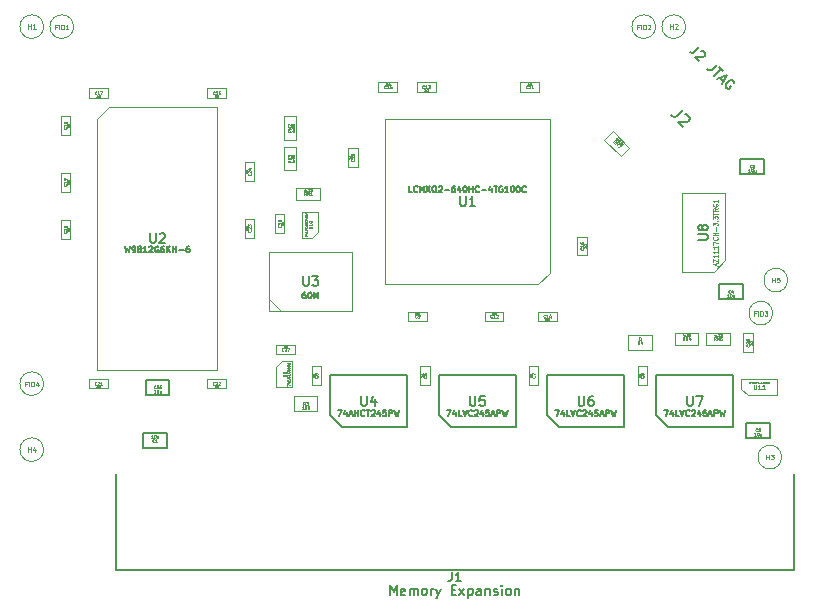
<source format=gbr>
G04 #@! TF.GenerationSoftware,KiCad,Pcbnew,(5.1.5-0-10_14)*
G04 #@! TF.CreationDate,2021-05-04T04:36:55-04:00*
G04 #@! TF.ProjectId,RAM2GS,52414d32-4753-42e6-9b69-6361645f7063,2.0*
G04 #@! TF.SameCoordinates,Original*
G04 #@! TF.FileFunction,Other,Fab,Top*
%FSLAX46Y46*%
G04 Gerber Fmt 4.6, Leading zero omitted, Abs format (unit mm)*
G04 Created by KiCad (PCBNEW (5.1.5-0-10_14)) date 2021-05-04 04:36:55*
%MOMM*%
%LPD*%
G04 APERTURE LIST*
%ADD10C,0.100000*%
%ADD11C,0.150000*%
%ADD12C,0.127000*%
%ADD13C,0.203200*%
%ADD14C,0.095250*%
%ADD15C,0.063500*%
%ADD16C,0.047625*%
%ADD17C,0.031750*%
G04 APERTURE END LIST*
D10*
X91400000Y-115550000D02*
X78400000Y-115550000D01*
X78400000Y-115550000D02*
X78400000Y-101550000D01*
X78400000Y-101550000D02*
X92400000Y-101550000D01*
X92400000Y-101550000D02*
X92400000Y-114550000D01*
X92400000Y-114550000D02*
X91400000Y-115550000D01*
X103537000Y-114500000D02*
X103537000Y-107800000D01*
X107237000Y-107800000D02*
X103537000Y-107800000D01*
X106237000Y-114500000D02*
X103537000Y-114500000D01*
X107237000Y-113500000D02*
X107237000Y-107800000D01*
X107237000Y-113500000D02*
X106237000Y-114500000D01*
X68600000Y-116800000D02*
X69600000Y-117800000D01*
X68600000Y-117800000D02*
X68600000Y-112800000D01*
X75600000Y-117800000D02*
X68600000Y-117800000D01*
X75600000Y-112800000D02*
X75600000Y-117800000D01*
X68600000Y-112800000D02*
X75600000Y-112800000D01*
X49514000Y-129540000D02*
G75*
G03X49514000Y-129540000I-1000000J0D01*
G01*
X49514000Y-123952000D02*
G75*
G03X49514000Y-123952000I-1000000J0D01*
G01*
D11*
X74775000Y-127650000D02*
X73775000Y-126650000D01*
X80275000Y-127650000D02*
X74775000Y-127650000D01*
X80275000Y-123250000D02*
X80275000Y-127650000D01*
X73775000Y-123250000D02*
X80275000Y-123250000D01*
X73775000Y-126650000D02*
X73775000Y-123250000D01*
D10*
X71430000Y-111600000D02*
X72280000Y-111600000D01*
X72780000Y-111100000D02*
X72780000Y-109400000D01*
X71430000Y-111600000D02*
X71430000Y-109400000D01*
X71430000Y-109400000D02*
X72780000Y-109400000D01*
X72280000Y-111600000D02*
X72780000Y-111100000D01*
X70570000Y-122050000D02*
X69720000Y-122050000D01*
X69220000Y-122550000D02*
X69220000Y-124250000D01*
X70570000Y-122050000D02*
X70570000Y-124250000D01*
X70570000Y-124250000D02*
X69220000Y-124250000D01*
X69720000Y-122050000D02*
X69220000Y-122550000D01*
D11*
X93175000Y-127650000D02*
X92175000Y-126650000D01*
X98675000Y-127650000D02*
X93175000Y-127650000D01*
X98675000Y-123250000D02*
X98675000Y-127650000D01*
X92175000Y-123250000D02*
X98675000Y-123250000D01*
X92175000Y-126650000D02*
X92175000Y-123250000D01*
X102375000Y-127650000D02*
X101375000Y-126650000D01*
X107875000Y-127650000D02*
X102375000Y-127650000D01*
X107875000Y-123250000D02*
X107875000Y-127650000D01*
X101375000Y-123250000D02*
X107875000Y-123250000D01*
X101375000Y-126650000D02*
X101375000Y-123250000D01*
X83975000Y-127650000D02*
X82975000Y-126650000D01*
X89475000Y-127650000D02*
X83975000Y-127650000D01*
X89475000Y-123250000D02*
X89475000Y-127650000D01*
X82975000Y-123250000D02*
X89475000Y-123250000D01*
X82975000Y-126650000D02*
X82975000Y-123250000D01*
D10*
X54950000Y-99750000D02*
X53350000Y-99750000D01*
X54950000Y-98950000D02*
X54950000Y-99750000D01*
X53350000Y-98950000D02*
X54950000Y-98950000D01*
X53350000Y-99750000D02*
X53350000Y-98950000D01*
D11*
X60150000Y-124875000D02*
X58150000Y-124875000D01*
X60150000Y-123625000D02*
X60150000Y-124875000D01*
X58150000Y-123625000D02*
X60150000Y-123625000D01*
X58150000Y-124875000D02*
X58150000Y-123625000D01*
D10*
X69200000Y-120650000D02*
X70800000Y-120650000D01*
X69200000Y-121450000D02*
X69200000Y-120650000D01*
X70800000Y-121450000D02*
X69200000Y-121450000D01*
X70800000Y-120650000D02*
X70800000Y-121450000D01*
X69900000Y-109600000D02*
X69900000Y-111200000D01*
X69100000Y-109600000D02*
X69900000Y-109600000D01*
X69100000Y-111200000D02*
X69100000Y-109600000D01*
X69900000Y-111200000D02*
X69100000Y-111200000D01*
D12*
X113030000Y-131572000D02*
X113030000Y-139700000D01*
X113030000Y-139700000D02*
X55626000Y-139700000D01*
X55626000Y-139700000D02*
X55626000Y-131572000D01*
D10*
X55070000Y-100540000D02*
X64230000Y-100540000D01*
X64230000Y-100540000D02*
X64230000Y-122760000D01*
X64230000Y-122760000D02*
X54070000Y-122760000D01*
X54070000Y-122760000D02*
X54070000Y-101540000D01*
X55070000Y-100540000D02*
X54070000Y-101540000D01*
D11*
X108700000Y-116775000D02*
X106700000Y-116775000D01*
X108700000Y-115525000D02*
X108700000Y-116775000D01*
X106700000Y-115525000D02*
X108700000Y-115525000D01*
X106700000Y-116775000D02*
X106700000Y-115525000D01*
X110500000Y-106175000D02*
X108500000Y-106175000D01*
X110500000Y-104925000D02*
X110500000Y-106175000D01*
X108500000Y-104925000D02*
X110500000Y-104925000D01*
X108500000Y-106175000D02*
X108500000Y-104925000D01*
X110982000Y-128514000D02*
X108982000Y-128514000D01*
X110982000Y-127264000D02*
X110982000Y-128514000D01*
X108982000Y-127264000D02*
X110982000Y-127264000D01*
X108982000Y-128514000D02*
X108982000Y-127264000D01*
X57928000Y-128153000D02*
X59928000Y-128153000D01*
X57928000Y-129403000D02*
X57928000Y-128153000D01*
X59928000Y-129403000D02*
X57928000Y-129403000D01*
X59928000Y-128153000D02*
X59928000Y-129403000D01*
D10*
X72200000Y-124050000D02*
X72200000Y-122450000D01*
X73000000Y-124050000D02*
X72200000Y-124050000D01*
X73000000Y-122450000D02*
X73000000Y-124050000D01*
X72200000Y-122450000D02*
X73000000Y-122450000D01*
X64950000Y-124350000D02*
X63350000Y-124350000D01*
X64950000Y-123550000D02*
X64950000Y-124350000D01*
X63350000Y-123550000D02*
X64950000Y-123550000D01*
X63350000Y-124350000D02*
X63350000Y-123550000D01*
X51750000Y-101300000D02*
X51750000Y-102900000D01*
X50950000Y-101300000D02*
X51750000Y-101300000D01*
X50950000Y-102900000D02*
X50950000Y-101300000D01*
X51750000Y-102900000D02*
X50950000Y-102900000D01*
X64950000Y-99750000D02*
X63350000Y-99750000D01*
X64950000Y-98950000D02*
X64950000Y-99750000D01*
X63350000Y-98950000D02*
X64950000Y-98950000D01*
X63350000Y-99750000D02*
X63350000Y-98950000D01*
X54950000Y-124350000D02*
X53350000Y-124350000D01*
X54950000Y-123550000D02*
X54950000Y-124350000D01*
X53350000Y-123550000D02*
X54950000Y-123550000D01*
X53350000Y-124350000D02*
X53350000Y-123550000D01*
X66550000Y-111600000D02*
X66550000Y-110000000D01*
X67350000Y-111600000D02*
X66550000Y-111600000D01*
X67350000Y-110000000D02*
X67350000Y-111600000D01*
X66550000Y-110000000D02*
X67350000Y-110000000D01*
X51750000Y-106100000D02*
X51750000Y-107700000D01*
X50950000Y-106100000D02*
X51750000Y-106100000D01*
X50950000Y-107700000D02*
X50950000Y-106100000D01*
X51750000Y-107700000D02*
X50950000Y-107700000D01*
X51750000Y-110100000D02*
X51750000Y-111700000D01*
X50950000Y-110100000D02*
X51750000Y-110100000D01*
X50950000Y-111700000D02*
X50950000Y-110100000D01*
X51750000Y-111700000D02*
X50950000Y-111700000D01*
X66550000Y-106800000D02*
X66550000Y-105200000D01*
X67350000Y-106800000D02*
X66550000Y-106800000D01*
X67350000Y-105200000D02*
X67350000Y-106800000D01*
X66550000Y-105200000D02*
X67350000Y-105200000D01*
X99800000Y-124050000D02*
X99800000Y-122450000D01*
X100600000Y-124050000D02*
X99800000Y-124050000D01*
X100600000Y-122450000D02*
X100600000Y-124050000D01*
X99800000Y-122450000D02*
X100600000Y-122450000D01*
X81400000Y-124050000D02*
X81400000Y-122450000D01*
X82200000Y-124050000D02*
X81400000Y-124050000D01*
X82200000Y-122450000D02*
X82200000Y-124050000D01*
X81400000Y-122450000D02*
X82200000Y-122450000D01*
X90600000Y-124050000D02*
X90600000Y-122450000D01*
X91400000Y-124050000D02*
X90600000Y-124050000D01*
X91400000Y-122450000D02*
X91400000Y-124050000D01*
X90600000Y-122450000D02*
X91400000Y-122450000D01*
X52054000Y-93726000D02*
G75*
G03X52054000Y-93726000I-1000000J0D01*
G01*
X111236000Y-117983000D02*
G75*
G03X111236000Y-117983000I-1000000J0D01*
G01*
X101330000Y-93726000D02*
G75*
G03X101330000Y-93726000I-1000000J0D01*
G01*
X111998000Y-130175000D02*
G75*
G03X111998000Y-130175000I-1000000J0D01*
G01*
X72700000Y-126275000D02*
X70700000Y-126275000D01*
X72700000Y-125025000D02*
X72700000Y-126275000D01*
X70700000Y-125025000D02*
X72700000Y-125025000D01*
X70700000Y-126275000D02*
X70700000Y-125025000D01*
X49514000Y-93726000D02*
G75*
G03X49514000Y-93726000I-1000000J0D01*
G01*
X103870000Y-93726000D02*
G75*
G03X103870000Y-93726000I-1000000J0D01*
G01*
X112506000Y-115189000D02*
G75*
G03X112506000Y-115189000I-1000000J0D01*
G01*
X70900000Y-108400000D02*
X70900000Y-107400000D01*
X70900000Y-107400000D02*
X72900000Y-107400000D01*
X72900000Y-107400000D02*
X72900000Y-108400000D01*
X72900000Y-108400000D02*
X70900000Y-108400000D01*
X69850000Y-101300000D02*
X70850000Y-101300000D01*
X70850000Y-101300000D02*
X70850000Y-103300000D01*
X70850000Y-103300000D02*
X69850000Y-103300000D01*
X69850000Y-103300000D02*
X69850000Y-101300000D01*
X69850000Y-103900000D02*
X70850000Y-103900000D01*
X70850000Y-103900000D02*
X70850000Y-105900000D01*
X70850000Y-105900000D02*
X69850000Y-105900000D01*
X69850000Y-105900000D02*
X69850000Y-103900000D01*
X102950000Y-120650000D02*
X102950000Y-119650000D01*
X102950000Y-119650000D02*
X104950000Y-119650000D01*
X104950000Y-119650000D02*
X104950000Y-120650000D01*
X104950000Y-120650000D02*
X102950000Y-120650000D01*
X105600000Y-120650000D02*
X105600000Y-119650000D01*
X105600000Y-119650000D02*
X107600000Y-119650000D01*
X107600000Y-119650000D02*
X107600000Y-120650000D01*
X107600000Y-120650000D02*
X105600000Y-120650000D01*
X109550000Y-121300000D02*
X108750000Y-121300000D01*
X108750000Y-121300000D02*
X108750000Y-119700000D01*
X108750000Y-119700000D02*
X109550000Y-119700000D01*
X109550000Y-119700000D02*
X109550000Y-121300000D01*
X101000000Y-119875000D02*
X101000000Y-121125000D01*
X101000000Y-121125000D02*
X99000000Y-121125000D01*
X99000000Y-121125000D02*
X99000000Y-119875000D01*
X99000000Y-119875000D02*
X101000000Y-119875000D01*
X111620000Y-124950000D02*
X111620000Y-123550000D01*
X108580000Y-123550000D02*
X111620000Y-123550000D01*
X109150000Y-124950000D02*
X108580000Y-124400000D01*
X108580000Y-124400000D02*
X108580000Y-123550000D01*
X109150000Y-124950000D02*
X111600000Y-124950000D01*
X80350000Y-117850000D02*
X81950000Y-117850000D01*
X80350000Y-118650000D02*
X80350000Y-117850000D01*
X81950000Y-118650000D02*
X80350000Y-118650000D01*
X81950000Y-117850000D02*
X81950000Y-118650000D01*
X91450000Y-98450000D02*
X91450000Y-99250000D01*
X91450000Y-99250000D02*
X89850000Y-99250000D01*
X89850000Y-99250000D02*
X89850000Y-98450000D01*
X89850000Y-98450000D02*
X91450000Y-98450000D01*
X86850000Y-117850000D02*
X88450000Y-117850000D01*
X86850000Y-118650000D02*
X86850000Y-117850000D01*
X88450000Y-118650000D02*
X86850000Y-118650000D01*
X88450000Y-117850000D02*
X88450000Y-118650000D01*
X81100000Y-99250000D02*
X81100000Y-98450000D01*
X81100000Y-98450000D02*
X82700000Y-98450000D01*
X82700000Y-98450000D02*
X82700000Y-99250000D01*
X82700000Y-99250000D02*
X81100000Y-99250000D01*
X79450000Y-98450000D02*
X79450000Y-99250000D01*
X79450000Y-99250000D02*
X77850000Y-99250000D01*
X77850000Y-99250000D02*
X77850000Y-98450000D01*
X77850000Y-98450000D02*
X79450000Y-98450000D01*
X75300000Y-105600000D02*
X75300000Y-104000000D01*
X76100000Y-105600000D02*
X75300000Y-105600000D01*
X76100000Y-104000000D02*
X76100000Y-105600000D01*
X75300000Y-104000000D02*
X76100000Y-104000000D01*
X91350000Y-118650000D02*
X91350000Y-117850000D01*
X91350000Y-117850000D02*
X92950000Y-117850000D01*
X92950000Y-117850000D02*
X92950000Y-118650000D01*
X92950000Y-118650000D02*
X91350000Y-118650000D01*
X95500000Y-111500000D02*
X95500000Y-113100000D01*
X94700000Y-111500000D02*
X95500000Y-111500000D01*
X94700000Y-113100000D02*
X94700000Y-111500000D01*
X95500000Y-113100000D02*
X94700000Y-113100000D01*
X98403553Y-104710660D02*
X96989340Y-103296447D01*
X99110660Y-104003553D02*
X98403553Y-104710660D01*
X97696447Y-102589340D02*
X99110660Y-104003553D01*
X96989340Y-103296447D02*
X97696447Y-102589340D01*
D13*
X84780723Y-108104895D02*
X84780723Y-108762876D01*
X84819428Y-108840285D01*
X84858133Y-108878990D01*
X84935542Y-108917695D01*
X85090361Y-108917695D01*
X85167771Y-108878990D01*
X85206476Y-108840285D01*
X85245180Y-108762876D01*
X85245180Y-108104895D01*
X86057980Y-108917695D02*
X85593523Y-108917695D01*
X85825752Y-108917695D02*
X85825752Y-108104895D01*
X85748342Y-108221009D01*
X85670933Y-108298419D01*
X85593523Y-108337123D01*
D12*
X80719142Y-107729809D02*
X80477238Y-107729809D01*
X80477238Y-107221809D01*
X81178761Y-107681428D02*
X81154571Y-107705619D01*
X81082000Y-107729809D01*
X81033619Y-107729809D01*
X80961047Y-107705619D01*
X80912666Y-107657238D01*
X80888476Y-107608857D01*
X80864285Y-107512095D01*
X80864285Y-107439523D01*
X80888476Y-107342761D01*
X80912666Y-107294380D01*
X80961047Y-107246000D01*
X81033619Y-107221809D01*
X81082000Y-107221809D01*
X81154571Y-107246000D01*
X81178761Y-107270190D01*
X81396476Y-107729809D02*
X81396476Y-107221809D01*
X81565809Y-107584666D01*
X81735142Y-107221809D01*
X81735142Y-107729809D01*
X81928666Y-107221809D02*
X82267333Y-107729809D01*
X82267333Y-107221809D02*
X81928666Y-107729809D01*
X82557619Y-107221809D02*
X82654380Y-107221809D01*
X82702761Y-107246000D01*
X82751142Y-107294380D01*
X82775333Y-107391142D01*
X82775333Y-107560476D01*
X82751142Y-107657238D01*
X82702761Y-107705619D01*
X82654380Y-107729809D01*
X82557619Y-107729809D01*
X82509238Y-107705619D01*
X82460857Y-107657238D01*
X82436666Y-107560476D01*
X82436666Y-107391142D01*
X82460857Y-107294380D01*
X82509238Y-107246000D01*
X82557619Y-107221809D01*
X82968857Y-107270190D02*
X82993047Y-107246000D01*
X83041428Y-107221809D01*
X83162380Y-107221809D01*
X83210761Y-107246000D01*
X83234952Y-107270190D01*
X83259142Y-107318571D01*
X83259142Y-107366952D01*
X83234952Y-107439523D01*
X82944666Y-107729809D01*
X83259142Y-107729809D01*
X83476857Y-107536285D02*
X83863904Y-107536285D01*
X84323523Y-107221809D02*
X84226761Y-107221809D01*
X84178380Y-107246000D01*
X84154190Y-107270190D01*
X84105809Y-107342761D01*
X84081619Y-107439523D01*
X84081619Y-107633047D01*
X84105809Y-107681428D01*
X84130000Y-107705619D01*
X84178380Y-107729809D01*
X84275142Y-107729809D01*
X84323523Y-107705619D01*
X84347714Y-107681428D01*
X84371904Y-107633047D01*
X84371904Y-107512095D01*
X84347714Y-107463714D01*
X84323523Y-107439523D01*
X84275142Y-107415333D01*
X84178380Y-107415333D01*
X84130000Y-107439523D01*
X84105809Y-107463714D01*
X84081619Y-107512095D01*
X84807333Y-107391142D02*
X84807333Y-107729809D01*
X84686380Y-107197619D02*
X84565428Y-107560476D01*
X84879904Y-107560476D01*
X85170190Y-107221809D02*
X85218571Y-107221809D01*
X85266952Y-107246000D01*
X85291142Y-107270190D01*
X85315333Y-107318571D01*
X85339523Y-107415333D01*
X85339523Y-107536285D01*
X85315333Y-107633047D01*
X85291142Y-107681428D01*
X85266952Y-107705619D01*
X85218571Y-107729809D01*
X85170190Y-107729809D01*
X85121809Y-107705619D01*
X85097619Y-107681428D01*
X85073428Y-107633047D01*
X85049238Y-107536285D01*
X85049238Y-107415333D01*
X85073428Y-107318571D01*
X85097619Y-107270190D01*
X85121809Y-107246000D01*
X85170190Y-107221809D01*
X85557238Y-107729809D02*
X85557238Y-107221809D01*
X85557238Y-107463714D02*
X85847523Y-107463714D01*
X85847523Y-107729809D02*
X85847523Y-107221809D01*
X86379714Y-107681428D02*
X86355523Y-107705619D01*
X86282952Y-107729809D01*
X86234571Y-107729809D01*
X86162000Y-107705619D01*
X86113619Y-107657238D01*
X86089428Y-107608857D01*
X86065238Y-107512095D01*
X86065238Y-107439523D01*
X86089428Y-107342761D01*
X86113619Y-107294380D01*
X86162000Y-107246000D01*
X86234571Y-107221809D01*
X86282952Y-107221809D01*
X86355523Y-107246000D01*
X86379714Y-107270190D01*
X86597428Y-107536285D02*
X86984476Y-107536285D01*
X87444095Y-107391142D02*
X87444095Y-107729809D01*
X87323142Y-107197619D02*
X87202190Y-107560476D01*
X87516666Y-107560476D01*
X87637619Y-107221809D02*
X87927904Y-107221809D01*
X87782761Y-107729809D02*
X87782761Y-107221809D01*
X88363333Y-107246000D02*
X88314952Y-107221809D01*
X88242380Y-107221809D01*
X88169809Y-107246000D01*
X88121428Y-107294380D01*
X88097238Y-107342761D01*
X88073047Y-107439523D01*
X88073047Y-107512095D01*
X88097238Y-107608857D01*
X88121428Y-107657238D01*
X88169809Y-107705619D01*
X88242380Y-107729809D01*
X88290761Y-107729809D01*
X88363333Y-107705619D01*
X88387523Y-107681428D01*
X88387523Y-107512095D01*
X88290761Y-107512095D01*
X88871333Y-107729809D02*
X88581047Y-107729809D01*
X88726190Y-107729809D02*
X88726190Y-107221809D01*
X88677809Y-107294380D01*
X88629428Y-107342761D01*
X88581047Y-107366952D01*
X89185809Y-107221809D02*
X89234190Y-107221809D01*
X89282571Y-107246000D01*
X89306761Y-107270190D01*
X89330952Y-107318571D01*
X89355142Y-107415333D01*
X89355142Y-107536285D01*
X89330952Y-107633047D01*
X89306761Y-107681428D01*
X89282571Y-107705619D01*
X89234190Y-107729809D01*
X89185809Y-107729809D01*
X89137428Y-107705619D01*
X89113238Y-107681428D01*
X89089047Y-107633047D01*
X89064857Y-107536285D01*
X89064857Y-107415333D01*
X89089047Y-107318571D01*
X89113238Y-107270190D01*
X89137428Y-107246000D01*
X89185809Y-107221809D01*
X89669619Y-107221809D02*
X89718000Y-107221809D01*
X89766380Y-107246000D01*
X89790571Y-107270190D01*
X89814761Y-107318571D01*
X89838952Y-107415333D01*
X89838952Y-107536285D01*
X89814761Y-107633047D01*
X89790571Y-107681428D01*
X89766380Y-107705619D01*
X89718000Y-107729809D01*
X89669619Y-107729809D01*
X89621238Y-107705619D01*
X89597047Y-107681428D01*
X89572857Y-107633047D01*
X89548666Y-107536285D01*
X89548666Y-107415333D01*
X89572857Y-107318571D01*
X89597047Y-107270190D01*
X89621238Y-107246000D01*
X89669619Y-107221809D01*
X90346952Y-107681428D02*
X90322761Y-107705619D01*
X90250190Y-107729809D01*
X90201809Y-107729809D01*
X90129238Y-107705619D01*
X90080857Y-107657238D01*
X90056666Y-107608857D01*
X90032476Y-107512095D01*
X90032476Y-107439523D01*
X90056666Y-107342761D01*
X90080857Y-107294380D01*
X90129238Y-107246000D01*
X90201809Y-107221809D01*
X90250190Y-107221809D01*
X90322761Y-107246000D01*
X90346952Y-107270190D01*
D14*
X106466500Y-113934928D02*
X106466500Y-113753500D01*
X106575357Y-113971214D02*
X106194357Y-113844214D01*
X106575357Y-113717214D01*
X106194357Y-113626500D02*
X106194357Y-113372500D01*
X106575357Y-113626500D01*
X106575357Y-113372500D01*
X106575357Y-113027785D02*
X106575357Y-113245500D01*
X106575357Y-113136642D02*
X106194357Y-113136642D01*
X106248785Y-113172928D01*
X106285071Y-113209214D01*
X106303214Y-113245500D01*
X106575357Y-112664928D02*
X106575357Y-112882642D01*
X106575357Y-112773785D02*
X106194357Y-112773785D01*
X106248785Y-112810071D01*
X106285071Y-112846357D01*
X106303214Y-112882642D01*
X106575357Y-112302071D02*
X106575357Y-112519785D01*
X106575357Y-112410928D02*
X106194357Y-112410928D01*
X106248785Y-112447214D01*
X106285071Y-112483500D01*
X106303214Y-112519785D01*
X106194357Y-112175071D02*
X106194357Y-111921071D01*
X106575357Y-112084357D01*
X106539071Y-111558214D02*
X106557214Y-111576357D01*
X106575357Y-111630785D01*
X106575357Y-111667071D01*
X106557214Y-111721500D01*
X106520928Y-111757785D01*
X106484642Y-111775928D01*
X106412071Y-111794071D01*
X106357642Y-111794071D01*
X106285071Y-111775928D01*
X106248785Y-111757785D01*
X106212500Y-111721500D01*
X106194357Y-111667071D01*
X106194357Y-111630785D01*
X106212500Y-111576357D01*
X106230642Y-111558214D01*
X106575357Y-111394928D02*
X106194357Y-111394928D01*
X106375785Y-111394928D02*
X106375785Y-111177214D01*
X106575357Y-111177214D02*
X106194357Y-111177214D01*
X106430214Y-110995785D02*
X106430214Y-110705500D01*
X106194357Y-110560357D02*
X106194357Y-110324500D01*
X106339500Y-110451500D01*
X106339500Y-110397071D01*
X106357642Y-110360785D01*
X106375785Y-110342642D01*
X106412071Y-110324500D01*
X106502785Y-110324500D01*
X106539071Y-110342642D01*
X106557214Y-110360785D01*
X106575357Y-110397071D01*
X106575357Y-110505928D01*
X106557214Y-110542214D01*
X106539071Y-110560357D01*
X106539071Y-110161214D02*
X106557214Y-110143071D01*
X106575357Y-110161214D01*
X106557214Y-110179357D01*
X106539071Y-110161214D01*
X106575357Y-110161214D01*
X106194357Y-110016071D02*
X106194357Y-109780214D01*
X106339500Y-109907214D01*
X106339500Y-109852785D01*
X106357642Y-109816500D01*
X106375785Y-109798357D01*
X106412071Y-109780214D01*
X106502785Y-109780214D01*
X106539071Y-109798357D01*
X106557214Y-109816500D01*
X106575357Y-109852785D01*
X106575357Y-109961642D01*
X106557214Y-109997928D01*
X106539071Y-110016071D01*
X106194357Y-109671357D02*
X106194357Y-109453642D01*
X106575357Y-109562500D02*
X106194357Y-109562500D01*
X106575357Y-109108928D02*
X106393928Y-109235928D01*
X106575357Y-109326642D02*
X106194357Y-109326642D01*
X106194357Y-109181500D01*
X106212500Y-109145214D01*
X106230642Y-109127071D01*
X106266928Y-109108928D01*
X106321357Y-109108928D01*
X106357642Y-109127071D01*
X106375785Y-109145214D01*
X106393928Y-109181500D01*
X106393928Y-109326642D01*
X106212500Y-108746071D02*
X106194357Y-108782357D01*
X106194357Y-108836785D01*
X106212500Y-108891214D01*
X106248785Y-108927500D01*
X106285071Y-108945642D01*
X106357642Y-108963785D01*
X106412071Y-108963785D01*
X106484642Y-108945642D01*
X106520928Y-108927500D01*
X106557214Y-108891214D01*
X106575357Y-108836785D01*
X106575357Y-108800500D01*
X106557214Y-108746071D01*
X106539071Y-108727928D01*
X106412071Y-108727928D01*
X106412071Y-108800500D01*
X106575357Y-108365071D02*
X106575357Y-108582785D01*
X106575357Y-108473928D02*
X106194357Y-108473928D01*
X106248785Y-108510214D01*
X106285071Y-108546500D01*
X106303214Y-108582785D01*
D13*
X104941895Y-111769276D02*
X105599876Y-111769276D01*
X105677285Y-111730571D01*
X105715990Y-111691866D01*
X105754695Y-111614457D01*
X105754695Y-111459638D01*
X105715990Y-111382228D01*
X105677285Y-111343523D01*
X105599876Y-111304819D01*
X104941895Y-111304819D01*
X105290238Y-110801657D02*
X105251533Y-110879066D01*
X105212828Y-110917771D01*
X105135419Y-110956476D01*
X105096714Y-110956476D01*
X105019304Y-110917771D01*
X104980600Y-110879066D01*
X104941895Y-110801657D01*
X104941895Y-110646838D01*
X104980600Y-110569428D01*
X105019304Y-110530723D01*
X105096714Y-110492019D01*
X105135419Y-110492019D01*
X105212828Y-110530723D01*
X105251533Y-110569428D01*
X105290238Y-110646838D01*
X105290238Y-110801657D01*
X105328942Y-110879066D01*
X105367647Y-110917771D01*
X105445057Y-110956476D01*
X105599876Y-110956476D01*
X105677285Y-110917771D01*
X105715990Y-110879066D01*
X105754695Y-110801657D01*
X105754695Y-110646838D01*
X105715990Y-110569428D01*
X105677285Y-110530723D01*
X105599876Y-110492019D01*
X105445057Y-110492019D01*
X105367647Y-110530723D01*
X105328942Y-110569428D01*
X105290238Y-110646838D01*
X71480723Y-114854895D02*
X71480723Y-115512876D01*
X71519428Y-115590285D01*
X71558133Y-115628990D01*
X71635542Y-115667695D01*
X71790361Y-115667695D01*
X71867771Y-115628990D01*
X71906476Y-115590285D01*
X71945180Y-115512876D01*
X71945180Y-114854895D01*
X72254819Y-114854895D02*
X72757980Y-114854895D01*
X72487047Y-115164533D01*
X72603161Y-115164533D01*
X72680571Y-115203238D01*
X72719276Y-115241942D01*
X72757980Y-115319352D01*
X72757980Y-115512876D01*
X72719276Y-115590285D01*
X72680571Y-115628990D01*
X72603161Y-115667695D01*
X72370933Y-115667695D01*
X72293523Y-115628990D01*
X72254819Y-115590285D01*
D12*
X71664571Y-116221809D02*
X71567809Y-116221809D01*
X71519428Y-116246000D01*
X71495238Y-116270190D01*
X71446857Y-116342761D01*
X71422666Y-116439523D01*
X71422666Y-116633047D01*
X71446857Y-116681428D01*
X71471047Y-116705619D01*
X71519428Y-116729809D01*
X71616190Y-116729809D01*
X71664571Y-116705619D01*
X71688761Y-116681428D01*
X71712952Y-116633047D01*
X71712952Y-116512095D01*
X71688761Y-116463714D01*
X71664571Y-116439523D01*
X71616190Y-116415333D01*
X71519428Y-116415333D01*
X71471047Y-116439523D01*
X71446857Y-116463714D01*
X71422666Y-116512095D01*
X72027428Y-116221809D02*
X72075809Y-116221809D01*
X72124190Y-116246000D01*
X72148380Y-116270190D01*
X72172571Y-116318571D01*
X72196761Y-116415333D01*
X72196761Y-116536285D01*
X72172571Y-116633047D01*
X72148380Y-116681428D01*
X72124190Y-116705619D01*
X72075809Y-116729809D01*
X72027428Y-116729809D01*
X71979047Y-116705619D01*
X71954857Y-116681428D01*
X71930666Y-116633047D01*
X71906476Y-116536285D01*
X71906476Y-116415333D01*
X71930666Y-116318571D01*
X71954857Y-116270190D01*
X71979047Y-116246000D01*
X72027428Y-116221809D01*
X72414476Y-116729809D02*
X72414476Y-116221809D01*
X72583809Y-116584666D01*
X72753142Y-116221809D01*
X72753142Y-116729809D01*
D10*
X48209238Y-129720952D02*
X48209238Y-129320952D01*
X48209238Y-129511428D02*
X48437809Y-129511428D01*
X48437809Y-129720952D02*
X48437809Y-129320952D01*
X48799714Y-129454285D02*
X48799714Y-129720952D01*
X48704476Y-129301904D02*
X48609238Y-129587619D01*
X48856857Y-129587619D01*
D14*
X48105785Y-123974785D02*
X47978785Y-123974785D01*
X47978785Y-124174357D02*
X47978785Y-123793357D01*
X48160214Y-123793357D01*
X48305357Y-124174357D02*
X48305357Y-123793357D01*
X48486785Y-124174357D02*
X48486785Y-123793357D01*
X48577500Y-123793357D01*
X48631928Y-123811500D01*
X48668214Y-123847785D01*
X48686357Y-123884071D01*
X48704500Y-123956642D01*
X48704500Y-124011071D01*
X48686357Y-124083642D01*
X48668214Y-124119928D01*
X48631928Y-124156214D01*
X48577500Y-124174357D01*
X48486785Y-124174357D01*
X49031071Y-123920357D02*
X49031071Y-124174357D01*
X48940357Y-123775214D02*
X48849642Y-124047357D01*
X49085500Y-124047357D01*
D13*
X76405723Y-125004895D02*
X76405723Y-125662876D01*
X76444428Y-125740285D01*
X76483133Y-125778990D01*
X76560542Y-125817695D01*
X76715361Y-125817695D01*
X76792771Y-125778990D01*
X76831476Y-125740285D01*
X76870180Y-125662876D01*
X76870180Y-125004895D01*
X77605571Y-125275828D02*
X77605571Y-125817695D01*
X77412047Y-124966190D02*
X77218523Y-125546761D01*
X77721685Y-125546761D01*
D12*
X74412428Y-126187809D02*
X74751095Y-126187809D01*
X74533380Y-126695809D01*
X75162333Y-126357142D02*
X75162333Y-126695809D01*
X75041380Y-126163619D02*
X74920428Y-126526476D01*
X75234904Y-126526476D01*
X75404238Y-126550666D02*
X75646142Y-126550666D01*
X75355857Y-126695809D02*
X75525190Y-126187809D01*
X75694523Y-126695809D01*
X75863857Y-126695809D02*
X75863857Y-126187809D01*
X75863857Y-126429714D02*
X76154142Y-126429714D01*
X76154142Y-126695809D02*
X76154142Y-126187809D01*
X76686333Y-126647428D02*
X76662142Y-126671619D01*
X76589571Y-126695809D01*
X76541190Y-126695809D01*
X76468619Y-126671619D01*
X76420238Y-126623238D01*
X76396047Y-126574857D01*
X76371857Y-126478095D01*
X76371857Y-126405523D01*
X76396047Y-126308761D01*
X76420238Y-126260380D01*
X76468619Y-126212000D01*
X76541190Y-126187809D01*
X76589571Y-126187809D01*
X76662142Y-126212000D01*
X76686333Y-126236190D01*
X76831476Y-126187809D02*
X77121761Y-126187809D01*
X76976619Y-126695809D02*
X76976619Y-126187809D01*
X77266904Y-126236190D02*
X77291095Y-126212000D01*
X77339476Y-126187809D01*
X77460428Y-126187809D01*
X77508809Y-126212000D01*
X77533000Y-126236190D01*
X77557190Y-126284571D01*
X77557190Y-126332952D01*
X77533000Y-126405523D01*
X77242714Y-126695809D01*
X77557190Y-126695809D01*
X77992619Y-126357142D02*
X77992619Y-126695809D01*
X77871666Y-126163619D02*
X77750714Y-126526476D01*
X78065190Y-126526476D01*
X78500619Y-126187809D02*
X78258714Y-126187809D01*
X78234523Y-126429714D01*
X78258714Y-126405523D01*
X78307095Y-126381333D01*
X78428047Y-126381333D01*
X78476428Y-126405523D01*
X78500619Y-126429714D01*
X78524809Y-126478095D01*
X78524809Y-126599047D01*
X78500619Y-126647428D01*
X78476428Y-126671619D01*
X78428047Y-126695809D01*
X78307095Y-126695809D01*
X78258714Y-126671619D01*
X78234523Y-126647428D01*
X78742523Y-126695809D02*
X78742523Y-126187809D01*
X78936047Y-126187809D01*
X78984428Y-126212000D01*
X79008619Y-126236190D01*
X79032809Y-126284571D01*
X79032809Y-126357142D01*
X79008619Y-126405523D01*
X78984428Y-126429714D01*
X78936047Y-126453904D01*
X78742523Y-126453904D01*
X79202142Y-126187809D02*
X79323095Y-126695809D01*
X79419857Y-126332952D01*
X79516619Y-126695809D01*
X79637571Y-126187809D01*
D15*
X71960904Y-110814476D02*
X72166523Y-110814476D01*
X72190714Y-110802380D01*
X72202809Y-110790285D01*
X72214904Y-110766095D01*
X72214904Y-110717714D01*
X72202809Y-110693523D01*
X72190714Y-110681428D01*
X72166523Y-110669333D01*
X71960904Y-110669333D01*
X72214904Y-110415333D02*
X72214904Y-110560476D01*
X72214904Y-110487904D02*
X71960904Y-110487904D01*
X71997190Y-110512095D01*
X72021380Y-110536285D01*
X72033476Y-110560476D01*
X71960904Y-110258095D02*
X71960904Y-110233904D01*
X71973000Y-110209714D01*
X71985095Y-110197619D01*
X72009285Y-110185523D01*
X72057666Y-110173428D01*
X72118142Y-110173428D01*
X72166523Y-110185523D01*
X72190714Y-110197619D01*
X72202809Y-110209714D01*
X72214904Y-110233904D01*
X72214904Y-110258095D01*
X72202809Y-110282285D01*
X72190714Y-110294380D01*
X72166523Y-110306476D01*
X72118142Y-110318571D01*
X72057666Y-110318571D01*
X72009285Y-110306476D01*
X71985095Y-110294380D01*
X71973000Y-110282285D01*
X71960904Y-110258095D01*
D16*
X71645678Y-111479714D02*
X71645678Y-111352714D01*
X71836178Y-111434357D01*
X71709178Y-111198500D02*
X71836178Y-111198500D01*
X71636607Y-111243857D02*
X71772678Y-111289214D01*
X71772678Y-111171285D01*
X71836178Y-111008000D02*
X71836178Y-111098714D01*
X71645678Y-111098714D01*
X71645678Y-110971714D02*
X71836178Y-110908214D01*
X71645678Y-110844714D01*
X71818035Y-110672357D02*
X71827107Y-110681428D01*
X71836178Y-110708642D01*
X71836178Y-110726785D01*
X71827107Y-110754000D01*
X71808964Y-110772142D01*
X71790821Y-110781214D01*
X71754535Y-110790285D01*
X71727321Y-110790285D01*
X71691035Y-110781214D01*
X71672892Y-110772142D01*
X71654750Y-110754000D01*
X71645678Y-110726785D01*
X71645678Y-110708642D01*
X71654750Y-110681428D01*
X71663821Y-110672357D01*
X71836178Y-110490928D02*
X71836178Y-110599785D01*
X71836178Y-110545357D02*
X71645678Y-110545357D01*
X71672892Y-110563500D01*
X71691035Y-110581642D01*
X71700107Y-110599785D01*
X71654750Y-110309500D02*
X71645678Y-110327642D01*
X71645678Y-110354857D01*
X71654750Y-110382071D01*
X71672892Y-110400214D01*
X71691035Y-110409285D01*
X71727321Y-110418357D01*
X71754535Y-110418357D01*
X71790821Y-110409285D01*
X71808964Y-110400214D01*
X71827107Y-110382071D01*
X71836178Y-110354857D01*
X71836178Y-110336714D01*
X71827107Y-110309500D01*
X71818035Y-110300428D01*
X71754535Y-110300428D01*
X71754535Y-110336714D01*
X71645678Y-110182500D02*
X71645678Y-110164357D01*
X71654750Y-110146214D01*
X71663821Y-110137142D01*
X71681964Y-110128071D01*
X71718250Y-110119000D01*
X71763607Y-110119000D01*
X71799892Y-110128071D01*
X71818035Y-110137142D01*
X71827107Y-110146214D01*
X71836178Y-110164357D01*
X71836178Y-110182500D01*
X71827107Y-110200642D01*
X71818035Y-110209714D01*
X71799892Y-110218785D01*
X71763607Y-110227857D01*
X71718250Y-110227857D01*
X71681964Y-110218785D01*
X71663821Y-110209714D01*
X71654750Y-110200642D01*
X71645678Y-110182500D01*
X71709178Y-109955714D02*
X71836178Y-109955714D01*
X71636607Y-110001071D02*
X71772678Y-110046428D01*
X71772678Y-109928500D01*
X71654750Y-109756142D02*
X71645678Y-109774285D01*
X71645678Y-109801500D01*
X71654750Y-109828714D01*
X71672892Y-109846857D01*
X71691035Y-109855928D01*
X71727321Y-109865000D01*
X71754535Y-109865000D01*
X71790821Y-109855928D01*
X71808964Y-109846857D01*
X71827107Y-109828714D01*
X71836178Y-109801500D01*
X71836178Y-109783357D01*
X71827107Y-109756142D01*
X71818035Y-109747071D01*
X71754535Y-109747071D01*
X71754535Y-109783357D01*
X71645678Y-109683571D02*
X71836178Y-109638214D01*
X71700107Y-109601928D01*
X71836178Y-109565642D01*
X71645678Y-109520285D01*
D15*
X69760904Y-123343523D02*
X69966523Y-123343523D01*
X69990714Y-123331428D01*
X70002809Y-123319333D01*
X70014904Y-123295142D01*
X70014904Y-123246761D01*
X70002809Y-123222571D01*
X69990714Y-123210476D01*
X69966523Y-123198380D01*
X69760904Y-123198380D01*
X70014904Y-123065333D02*
X70014904Y-123016952D01*
X70002809Y-122992761D01*
X69990714Y-122980666D01*
X69954428Y-122956476D01*
X69906047Y-122944380D01*
X69809285Y-122944380D01*
X69785095Y-122956476D01*
X69773000Y-122968571D01*
X69760904Y-122992761D01*
X69760904Y-123041142D01*
X69773000Y-123065333D01*
X69785095Y-123077428D01*
X69809285Y-123089523D01*
X69869761Y-123089523D01*
X69893952Y-123077428D01*
X69906047Y-123065333D01*
X69918142Y-123041142D01*
X69918142Y-122992761D01*
X69906047Y-122968571D01*
X69893952Y-122956476D01*
X69869761Y-122944380D01*
D16*
X70145678Y-124129714D02*
X70145678Y-124002714D01*
X70336178Y-124084357D01*
X70209178Y-123848500D02*
X70336178Y-123848500D01*
X70136607Y-123893857D02*
X70272678Y-123939214D01*
X70272678Y-123821285D01*
X70336178Y-123658000D02*
X70336178Y-123748714D01*
X70145678Y-123748714D01*
X70145678Y-123621714D02*
X70336178Y-123558214D01*
X70145678Y-123494714D01*
X70318035Y-123322357D02*
X70327107Y-123331428D01*
X70336178Y-123358642D01*
X70336178Y-123376785D01*
X70327107Y-123404000D01*
X70308964Y-123422142D01*
X70290821Y-123431214D01*
X70254535Y-123440285D01*
X70227321Y-123440285D01*
X70191035Y-123431214D01*
X70172892Y-123422142D01*
X70154750Y-123404000D01*
X70145678Y-123376785D01*
X70145678Y-123358642D01*
X70154750Y-123331428D01*
X70163821Y-123322357D01*
X70336178Y-123140928D02*
X70336178Y-123249785D01*
X70336178Y-123195357D02*
X70145678Y-123195357D01*
X70172892Y-123213500D01*
X70191035Y-123231642D01*
X70200107Y-123249785D01*
X70154750Y-122959500D02*
X70145678Y-122977642D01*
X70145678Y-123004857D01*
X70154750Y-123032071D01*
X70172892Y-123050214D01*
X70191035Y-123059285D01*
X70227321Y-123068357D01*
X70254535Y-123068357D01*
X70290821Y-123059285D01*
X70308964Y-123050214D01*
X70327107Y-123032071D01*
X70336178Y-123004857D01*
X70336178Y-122986714D01*
X70327107Y-122959500D01*
X70318035Y-122950428D01*
X70254535Y-122950428D01*
X70254535Y-122986714D01*
X70145678Y-122832500D02*
X70145678Y-122814357D01*
X70154750Y-122796214D01*
X70163821Y-122787142D01*
X70181964Y-122778071D01*
X70218250Y-122769000D01*
X70263607Y-122769000D01*
X70299892Y-122778071D01*
X70318035Y-122787142D01*
X70327107Y-122796214D01*
X70336178Y-122814357D01*
X70336178Y-122832500D01*
X70327107Y-122850642D01*
X70318035Y-122859714D01*
X70299892Y-122868785D01*
X70263607Y-122877857D01*
X70218250Y-122877857D01*
X70181964Y-122868785D01*
X70163821Y-122859714D01*
X70154750Y-122850642D01*
X70145678Y-122832500D01*
X70209178Y-122605714D02*
X70336178Y-122605714D01*
X70136607Y-122651071D02*
X70272678Y-122696428D01*
X70272678Y-122578500D01*
X70154750Y-122406142D02*
X70145678Y-122424285D01*
X70145678Y-122451500D01*
X70154750Y-122478714D01*
X70172892Y-122496857D01*
X70191035Y-122505928D01*
X70227321Y-122515000D01*
X70254535Y-122515000D01*
X70290821Y-122505928D01*
X70308964Y-122496857D01*
X70327107Y-122478714D01*
X70336178Y-122451500D01*
X70336178Y-122433357D01*
X70327107Y-122406142D01*
X70318035Y-122397071D01*
X70254535Y-122397071D01*
X70254535Y-122433357D01*
X70145678Y-122333571D02*
X70336178Y-122288214D01*
X70200107Y-122251928D01*
X70336178Y-122215642D01*
X70145678Y-122170285D01*
D13*
X94805723Y-125004895D02*
X94805723Y-125662876D01*
X94844428Y-125740285D01*
X94883133Y-125778990D01*
X94960542Y-125817695D01*
X95115361Y-125817695D01*
X95192771Y-125778990D01*
X95231476Y-125740285D01*
X95270180Y-125662876D01*
X95270180Y-125004895D01*
X96005571Y-125004895D02*
X95850752Y-125004895D01*
X95773342Y-125043600D01*
X95734638Y-125082304D01*
X95657228Y-125198419D01*
X95618523Y-125353238D01*
X95618523Y-125662876D01*
X95657228Y-125740285D01*
X95695933Y-125778990D01*
X95773342Y-125817695D01*
X95928161Y-125817695D01*
X96005571Y-125778990D01*
X96044276Y-125740285D01*
X96082980Y-125662876D01*
X96082980Y-125469352D01*
X96044276Y-125391942D01*
X96005571Y-125353238D01*
X95928161Y-125314533D01*
X95773342Y-125314533D01*
X95695933Y-125353238D01*
X95657228Y-125391942D01*
X95618523Y-125469352D01*
D12*
X92848714Y-126187809D02*
X93187380Y-126187809D01*
X92969666Y-126695809D01*
X93598619Y-126357142D02*
X93598619Y-126695809D01*
X93477666Y-126163619D02*
X93356714Y-126526476D01*
X93671190Y-126526476D01*
X94106619Y-126695809D02*
X93864714Y-126695809D01*
X93864714Y-126187809D01*
X94203380Y-126187809D02*
X94372714Y-126695809D01*
X94542047Y-126187809D01*
X95001666Y-126647428D02*
X94977476Y-126671619D01*
X94904904Y-126695809D01*
X94856523Y-126695809D01*
X94783952Y-126671619D01*
X94735571Y-126623238D01*
X94711380Y-126574857D01*
X94687190Y-126478095D01*
X94687190Y-126405523D01*
X94711380Y-126308761D01*
X94735571Y-126260380D01*
X94783952Y-126212000D01*
X94856523Y-126187809D01*
X94904904Y-126187809D01*
X94977476Y-126212000D01*
X95001666Y-126236190D01*
X95195190Y-126236190D02*
X95219380Y-126212000D01*
X95267761Y-126187809D01*
X95388714Y-126187809D01*
X95437095Y-126212000D01*
X95461285Y-126236190D01*
X95485476Y-126284571D01*
X95485476Y-126332952D01*
X95461285Y-126405523D01*
X95171000Y-126695809D01*
X95485476Y-126695809D01*
X95920904Y-126357142D02*
X95920904Y-126695809D01*
X95799952Y-126163619D02*
X95679000Y-126526476D01*
X95993476Y-126526476D01*
X96428904Y-126187809D02*
X96187000Y-126187809D01*
X96162809Y-126429714D01*
X96187000Y-126405523D01*
X96235380Y-126381333D01*
X96356333Y-126381333D01*
X96404714Y-126405523D01*
X96428904Y-126429714D01*
X96453095Y-126478095D01*
X96453095Y-126599047D01*
X96428904Y-126647428D01*
X96404714Y-126671619D01*
X96356333Y-126695809D01*
X96235380Y-126695809D01*
X96187000Y-126671619D01*
X96162809Y-126647428D01*
X96646619Y-126550666D02*
X96888523Y-126550666D01*
X96598238Y-126695809D02*
X96767571Y-126187809D01*
X96936904Y-126695809D01*
X97106238Y-126695809D02*
X97106238Y-126187809D01*
X97299761Y-126187809D01*
X97348142Y-126212000D01*
X97372333Y-126236190D01*
X97396523Y-126284571D01*
X97396523Y-126357142D01*
X97372333Y-126405523D01*
X97348142Y-126429714D01*
X97299761Y-126453904D01*
X97106238Y-126453904D01*
X97565857Y-126187809D02*
X97686809Y-126695809D01*
X97783571Y-126332952D01*
X97880333Y-126695809D01*
X98001285Y-126187809D01*
D13*
X104005723Y-125004895D02*
X104005723Y-125662876D01*
X104044428Y-125740285D01*
X104083133Y-125778990D01*
X104160542Y-125817695D01*
X104315361Y-125817695D01*
X104392771Y-125778990D01*
X104431476Y-125740285D01*
X104470180Y-125662876D01*
X104470180Y-125004895D01*
X104779819Y-125004895D02*
X105321685Y-125004895D01*
X104973342Y-125817695D01*
D12*
X102048714Y-126187809D02*
X102387380Y-126187809D01*
X102169666Y-126695809D01*
X102798619Y-126357142D02*
X102798619Y-126695809D01*
X102677666Y-126163619D02*
X102556714Y-126526476D01*
X102871190Y-126526476D01*
X103306619Y-126695809D02*
X103064714Y-126695809D01*
X103064714Y-126187809D01*
X103403380Y-126187809D02*
X103572714Y-126695809D01*
X103742047Y-126187809D01*
X104201666Y-126647428D02*
X104177476Y-126671619D01*
X104104904Y-126695809D01*
X104056523Y-126695809D01*
X103983952Y-126671619D01*
X103935571Y-126623238D01*
X103911380Y-126574857D01*
X103887190Y-126478095D01*
X103887190Y-126405523D01*
X103911380Y-126308761D01*
X103935571Y-126260380D01*
X103983952Y-126212000D01*
X104056523Y-126187809D01*
X104104904Y-126187809D01*
X104177476Y-126212000D01*
X104201666Y-126236190D01*
X104395190Y-126236190D02*
X104419380Y-126212000D01*
X104467761Y-126187809D01*
X104588714Y-126187809D01*
X104637095Y-126212000D01*
X104661285Y-126236190D01*
X104685476Y-126284571D01*
X104685476Y-126332952D01*
X104661285Y-126405523D01*
X104371000Y-126695809D01*
X104685476Y-126695809D01*
X105120904Y-126357142D02*
X105120904Y-126695809D01*
X104999952Y-126163619D02*
X104879000Y-126526476D01*
X105193476Y-126526476D01*
X105628904Y-126187809D02*
X105387000Y-126187809D01*
X105362809Y-126429714D01*
X105387000Y-126405523D01*
X105435380Y-126381333D01*
X105556333Y-126381333D01*
X105604714Y-126405523D01*
X105628904Y-126429714D01*
X105653095Y-126478095D01*
X105653095Y-126599047D01*
X105628904Y-126647428D01*
X105604714Y-126671619D01*
X105556333Y-126695809D01*
X105435380Y-126695809D01*
X105387000Y-126671619D01*
X105362809Y-126647428D01*
X105846619Y-126550666D02*
X106088523Y-126550666D01*
X105798238Y-126695809D02*
X105967571Y-126187809D01*
X106136904Y-126695809D01*
X106306238Y-126695809D02*
X106306238Y-126187809D01*
X106499761Y-126187809D01*
X106548142Y-126212000D01*
X106572333Y-126236190D01*
X106596523Y-126284571D01*
X106596523Y-126357142D01*
X106572333Y-126405523D01*
X106548142Y-126429714D01*
X106499761Y-126453904D01*
X106306238Y-126453904D01*
X106765857Y-126187809D02*
X106886809Y-126695809D01*
X106983571Y-126332952D01*
X107080333Y-126695809D01*
X107201285Y-126187809D01*
D13*
X85605723Y-125004895D02*
X85605723Y-125662876D01*
X85644428Y-125740285D01*
X85683133Y-125778990D01*
X85760542Y-125817695D01*
X85915361Y-125817695D01*
X85992771Y-125778990D01*
X86031476Y-125740285D01*
X86070180Y-125662876D01*
X86070180Y-125004895D01*
X86844276Y-125004895D02*
X86457228Y-125004895D01*
X86418523Y-125391942D01*
X86457228Y-125353238D01*
X86534638Y-125314533D01*
X86728161Y-125314533D01*
X86805571Y-125353238D01*
X86844276Y-125391942D01*
X86882980Y-125469352D01*
X86882980Y-125662876D01*
X86844276Y-125740285D01*
X86805571Y-125778990D01*
X86728161Y-125817695D01*
X86534638Y-125817695D01*
X86457228Y-125778990D01*
X86418523Y-125740285D01*
D12*
X83648714Y-126187809D02*
X83987380Y-126187809D01*
X83769666Y-126695809D01*
X84398619Y-126357142D02*
X84398619Y-126695809D01*
X84277666Y-126163619D02*
X84156714Y-126526476D01*
X84471190Y-126526476D01*
X84906619Y-126695809D02*
X84664714Y-126695809D01*
X84664714Y-126187809D01*
X85003380Y-126187809D02*
X85172714Y-126695809D01*
X85342047Y-126187809D01*
X85801666Y-126647428D02*
X85777476Y-126671619D01*
X85704904Y-126695809D01*
X85656523Y-126695809D01*
X85583952Y-126671619D01*
X85535571Y-126623238D01*
X85511380Y-126574857D01*
X85487190Y-126478095D01*
X85487190Y-126405523D01*
X85511380Y-126308761D01*
X85535571Y-126260380D01*
X85583952Y-126212000D01*
X85656523Y-126187809D01*
X85704904Y-126187809D01*
X85777476Y-126212000D01*
X85801666Y-126236190D01*
X85995190Y-126236190D02*
X86019380Y-126212000D01*
X86067761Y-126187809D01*
X86188714Y-126187809D01*
X86237095Y-126212000D01*
X86261285Y-126236190D01*
X86285476Y-126284571D01*
X86285476Y-126332952D01*
X86261285Y-126405523D01*
X85971000Y-126695809D01*
X86285476Y-126695809D01*
X86720904Y-126357142D02*
X86720904Y-126695809D01*
X86599952Y-126163619D02*
X86479000Y-126526476D01*
X86793476Y-126526476D01*
X87228904Y-126187809D02*
X86987000Y-126187809D01*
X86962809Y-126429714D01*
X86987000Y-126405523D01*
X87035380Y-126381333D01*
X87156333Y-126381333D01*
X87204714Y-126405523D01*
X87228904Y-126429714D01*
X87253095Y-126478095D01*
X87253095Y-126599047D01*
X87228904Y-126647428D01*
X87204714Y-126671619D01*
X87156333Y-126695809D01*
X87035380Y-126695809D01*
X86987000Y-126671619D01*
X86962809Y-126647428D01*
X87446619Y-126550666D02*
X87688523Y-126550666D01*
X87398238Y-126695809D02*
X87567571Y-126187809D01*
X87736904Y-126695809D01*
X87906238Y-126695809D02*
X87906238Y-126187809D01*
X88099761Y-126187809D01*
X88148142Y-126212000D01*
X88172333Y-126236190D01*
X88196523Y-126284571D01*
X88196523Y-126357142D01*
X88172333Y-126405523D01*
X88148142Y-126429714D01*
X88099761Y-126453904D01*
X87906238Y-126453904D01*
X88365857Y-126187809D02*
X88486809Y-126695809D01*
X88583571Y-126332952D01*
X88680333Y-126695809D01*
X88801285Y-126187809D01*
D15*
X53986714Y-99440714D02*
X53974619Y-99452809D01*
X53938333Y-99464904D01*
X53914142Y-99464904D01*
X53877857Y-99452809D01*
X53853666Y-99428619D01*
X53841571Y-99404428D01*
X53829476Y-99356047D01*
X53829476Y-99319761D01*
X53841571Y-99271380D01*
X53853666Y-99247190D01*
X53877857Y-99223000D01*
X53914142Y-99210904D01*
X53938333Y-99210904D01*
X53974619Y-99223000D01*
X53986714Y-99235095D01*
X54228619Y-99464904D02*
X54083476Y-99464904D01*
X54156047Y-99464904D02*
X54156047Y-99210904D01*
X54131857Y-99247190D01*
X54107666Y-99271380D01*
X54083476Y-99283476D01*
X54313285Y-99210904D02*
X54482619Y-99210904D01*
X54373761Y-99464904D01*
D17*
X53995785Y-99542547D02*
X54001833Y-99536500D01*
X54013928Y-99530452D01*
X54044166Y-99530452D01*
X54056261Y-99536500D01*
X54062309Y-99542547D01*
X54068357Y-99554642D01*
X54068357Y-99566738D01*
X54062309Y-99584880D01*
X53989738Y-99657452D01*
X54068357Y-99657452D01*
X54177214Y-99572785D02*
X54177214Y-99657452D01*
X54122785Y-99572785D02*
X54122785Y-99639309D01*
X54128833Y-99651404D01*
X54140928Y-99657452D01*
X54159071Y-99657452D01*
X54171166Y-99651404D01*
X54177214Y-99645357D01*
X54231642Y-99542547D02*
X54237690Y-99536500D01*
X54249785Y-99530452D01*
X54280023Y-99530452D01*
X54292119Y-99536500D01*
X54298166Y-99542547D01*
X54304214Y-99554642D01*
X54304214Y-99566738D01*
X54298166Y-99584880D01*
X54225595Y-99657452D01*
X54304214Y-99657452D01*
D15*
X58986714Y-124340714D02*
X58974619Y-124352809D01*
X58938333Y-124364904D01*
X58914142Y-124364904D01*
X58877857Y-124352809D01*
X58853666Y-124328619D01*
X58841571Y-124304428D01*
X58829476Y-124256047D01*
X58829476Y-124219761D01*
X58841571Y-124171380D01*
X58853666Y-124147190D01*
X58877857Y-124123000D01*
X58914142Y-124110904D01*
X58938333Y-124110904D01*
X58974619Y-124123000D01*
X58986714Y-124135095D01*
X59083476Y-124135095D02*
X59095571Y-124123000D01*
X59119761Y-124110904D01*
X59180238Y-124110904D01*
X59204428Y-124123000D01*
X59216523Y-124135095D01*
X59228619Y-124159285D01*
X59228619Y-124183476D01*
X59216523Y-124219761D01*
X59071380Y-124364904D01*
X59228619Y-124364904D01*
X59446333Y-124110904D02*
X59397952Y-124110904D01*
X59373761Y-124123000D01*
X59361666Y-124135095D01*
X59337476Y-124171380D01*
X59325380Y-124219761D01*
X59325380Y-124316523D01*
X59337476Y-124340714D01*
X59349571Y-124352809D01*
X59373761Y-124364904D01*
X59422142Y-124364904D01*
X59446333Y-124352809D01*
X59458428Y-124340714D01*
X59470523Y-124316523D01*
X59470523Y-124256047D01*
X59458428Y-124231857D01*
X59446333Y-124219761D01*
X59422142Y-124207666D01*
X59373761Y-124207666D01*
X59349571Y-124219761D01*
X59337476Y-124231857D01*
X59325380Y-124256047D01*
X58986714Y-124714904D02*
X58841571Y-124714904D01*
X58914142Y-124714904D02*
X58914142Y-124460904D01*
X58889952Y-124497190D01*
X58865761Y-124521380D01*
X58841571Y-124533476D01*
X59143952Y-124460904D02*
X59168142Y-124460904D01*
X59192333Y-124473000D01*
X59204428Y-124485095D01*
X59216523Y-124509285D01*
X59228619Y-124557666D01*
X59228619Y-124618142D01*
X59216523Y-124666523D01*
X59204428Y-124690714D01*
X59192333Y-124702809D01*
X59168142Y-124714904D01*
X59143952Y-124714904D01*
X59119761Y-124702809D01*
X59107666Y-124690714D01*
X59095571Y-124666523D01*
X59083476Y-124618142D01*
X59083476Y-124557666D01*
X59095571Y-124509285D01*
X59107666Y-124485095D01*
X59119761Y-124473000D01*
X59143952Y-124460904D01*
X59446333Y-124545571D02*
X59446333Y-124714904D01*
X59337476Y-124545571D02*
X59337476Y-124678619D01*
X59349571Y-124702809D01*
X59373761Y-124714904D01*
X59410047Y-124714904D01*
X59434238Y-124702809D01*
X59446333Y-124690714D01*
X69836714Y-121140714D02*
X69824619Y-121152809D01*
X69788333Y-121164904D01*
X69764142Y-121164904D01*
X69727857Y-121152809D01*
X69703666Y-121128619D01*
X69691571Y-121104428D01*
X69679476Y-121056047D01*
X69679476Y-121019761D01*
X69691571Y-120971380D01*
X69703666Y-120947190D01*
X69727857Y-120923000D01*
X69764142Y-120910904D01*
X69788333Y-120910904D01*
X69824619Y-120923000D01*
X69836714Y-120935095D01*
X69933476Y-120935095D02*
X69945571Y-120923000D01*
X69969761Y-120910904D01*
X70030238Y-120910904D01*
X70054428Y-120923000D01*
X70066523Y-120935095D01*
X70078619Y-120959285D01*
X70078619Y-120983476D01*
X70066523Y-121019761D01*
X69921380Y-121164904D01*
X70078619Y-121164904D01*
X70163285Y-120910904D02*
X70332619Y-120910904D01*
X70223761Y-121164904D01*
D17*
X69845785Y-120742547D02*
X69851833Y-120736500D01*
X69863928Y-120730452D01*
X69894166Y-120730452D01*
X69906261Y-120736500D01*
X69912309Y-120742547D01*
X69918357Y-120754642D01*
X69918357Y-120766738D01*
X69912309Y-120784880D01*
X69839738Y-120857452D01*
X69918357Y-120857452D01*
X70027214Y-120772785D02*
X70027214Y-120857452D01*
X69972785Y-120772785D02*
X69972785Y-120839309D01*
X69978833Y-120851404D01*
X69990928Y-120857452D01*
X70009071Y-120857452D01*
X70021166Y-120851404D01*
X70027214Y-120845357D01*
X70081642Y-120742547D02*
X70087690Y-120736500D01*
X70099785Y-120730452D01*
X70130023Y-120730452D01*
X70142119Y-120736500D01*
X70148166Y-120742547D01*
X70154214Y-120754642D01*
X70154214Y-120766738D01*
X70148166Y-120784880D01*
X70075595Y-120857452D01*
X70154214Y-120857452D01*
D15*
X69590714Y-110563285D02*
X69602809Y-110575380D01*
X69614904Y-110611666D01*
X69614904Y-110635857D01*
X69602809Y-110672142D01*
X69578619Y-110696333D01*
X69554428Y-110708428D01*
X69506047Y-110720523D01*
X69469761Y-110720523D01*
X69421380Y-110708428D01*
X69397190Y-110696333D01*
X69373000Y-110672142D01*
X69360904Y-110635857D01*
X69360904Y-110611666D01*
X69373000Y-110575380D01*
X69385095Y-110563285D01*
X69614904Y-110321380D02*
X69614904Y-110466523D01*
X69614904Y-110393952D02*
X69360904Y-110393952D01*
X69397190Y-110418142D01*
X69421380Y-110442333D01*
X69433476Y-110466523D01*
X69360904Y-110164142D02*
X69360904Y-110139952D01*
X69373000Y-110115761D01*
X69385095Y-110103666D01*
X69409285Y-110091571D01*
X69457666Y-110079476D01*
X69518142Y-110079476D01*
X69566523Y-110091571D01*
X69590714Y-110103666D01*
X69602809Y-110115761D01*
X69614904Y-110139952D01*
X69614904Y-110164142D01*
X69602809Y-110188333D01*
X69590714Y-110200428D01*
X69566523Y-110212523D01*
X69518142Y-110224619D01*
X69457666Y-110224619D01*
X69409285Y-110212523D01*
X69385095Y-110200428D01*
X69373000Y-110188333D01*
X69360904Y-110164142D01*
D17*
X69692547Y-110554214D02*
X69686500Y-110548166D01*
X69680452Y-110536071D01*
X69680452Y-110505833D01*
X69686500Y-110493738D01*
X69692547Y-110487690D01*
X69704642Y-110481642D01*
X69716738Y-110481642D01*
X69734880Y-110487690D01*
X69807452Y-110560261D01*
X69807452Y-110481642D01*
X69722785Y-110372785D02*
X69807452Y-110372785D01*
X69722785Y-110427214D02*
X69789309Y-110427214D01*
X69801404Y-110421166D01*
X69807452Y-110409071D01*
X69807452Y-110390928D01*
X69801404Y-110378833D01*
X69795357Y-110372785D01*
X69692547Y-110318357D02*
X69686500Y-110312309D01*
X69680452Y-110300214D01*
X69680452Y-110269976D01*
X69686500Y-110257880D01*
X69692547Y-110251833D01*
X69704642Y-110245785D01*
X69716738Y-110245785D01*
X69734880Y-110251833D01*
X69807452Y-110324404D01*
X69807452Y-110245785D01*
D13*
X84057066Y-139889895D02*
X84057066Y-140470466D01*
X84018361Y-140586580D01*
X83940952Y-140663990D01*
X83824838Y-140702695D01*
X83747428Y-140702695D01*
X84869866Y-140702695D02*
X84405409Y-140702695D01*
X84637638Y-140702695D02*
X84637638Y-139889895D01*
X84560228Y-140006009D01*
X84482819Y-140083419D01*
X84405409Y-140122123D01*
X78870628Y-141845695D02*
X78870628Y-141032895D01*
X79141561Y-141613466D01*
X79412495Y-141032895D01*
X79412495Y-141845695D01*
X80109180Y-141806990D02*
X80031771Y-141845695D01*
X79876952Y-141845695D01*
X79799542Y-141806990D01*
X79760838Y-141729580D01*
X79760838Y-141419942D01*
X79799542Y-141342533D01*
X79876952Y-141303828D01*
X80031771Y-141303828D01*
X80109180Y-141342533D01*
X80147885Y-141419942D01*
X80147885Y-141497352D01*
X79760838Y-141574761D01*
X80496228Y-141845695D02*
X80496228Y-141303828D01*
X80496228Y-141381238D02*
X80534933Y-141342533D01*
X80612342Y-141303828D01*
X80728457Y-141303828D01*
X80805866Y-141342533D01*
X80844571Y-141419942D01*
X80844571Y-141845695D01*
X80844571Y-141419942D02*
X80883276Y-141342533D01*
X80960685Y-141303828D01*
X81076800Y-141303828D01*
X81154209Y-141342533D01*
X81192914Y-141419942D01*
X81192914Y-141845695D01*
X81696076Y-141845695D02*
X81618666Y-141806990D01*
X81579961Y-141768285D01*
X81541257Y-141690876D01*
X81541257Y-141458647D01*
X81579961Y-141381238D01*
X81618666Y-141342533D01*
X81696076Y-141303828D01*
X81812190Y-141303828D01*
X81889600Y-141342533D01*
X81928304Y-141381238D01*
X81967009Y-141458647D01*
X81967009Y-141690876D01*
X81928304Y-141768285D01*
X81889600Y-141806990D01*
X81812190Y-141845695D01*
X81696076Y-141845695D01*
X82315352Y-141845695D02*
X82315352Y-141303828D01*
X82315352Y-141458647D02*
X82354057Y-141381238D01*
X82392761Y-141342533D01*
X82470171Y-141303828D01*
X82547580Y-141303828D01*
X82741104Y-141303828D02*
X82934628Y-141845695D01*
X83128152Y-141303828D02*
X82934628Y-141845695D01*
X82857219Y-142039219D01*
X82818514Y-142077923D01*
X82741104Y-142116628D01*
X84057066Y-141419942D02*
X84328000Y-141419942D01*
X84444114Y-141845695D02*
X84057066Y-141845695D01*
X84057066Y-141032895D01*
X84444114Y-141032895D01*
X84715047Y-141845695D02*
X85140800Y-141303828D01*
X84715047Y-141303828D02*
X85140800Y-141845695D01*
X85450438Y-141303828D02*
X85450438Y-142116628D01*
X85450438Y-141342533D02*
X85527847Y-141303828D01*
X85682666Y-141303828D01*
X85760076Y-141342533D01*
X85798780Y-141381238D01*
X85837485Y-141458647D01*
X85837485Y-141690876D01*
X85798780Y-141768285D01*
X85760076Y-141806990D01*
X85682666Y-141845695D01*
X85527847Y-141845695D01*
X85450438Y-141806990D01*
X86534171Y-141845695D02*
X86534171Y-141419942D01*
X86495466Y-141342533D01*
X86418057Y-141303828D01*
X86263238Y-141303828D01*
X86185828Y-141342533D01*
X86534171Y-141806990D02*
X86456761Y-141845695D01*
X86263238Y-141845695D01*
X86185828Y-141806990D01*
X86147123Y-141729580D01*
X86147123Y-141652171D01*
X86185828Y-141574761D01*
X86263238Y-141536057D01*
X86456761Y-141536057D01*
X86534171Y-141497352D01*
X86921219Y-141303828D02*
X86921219Y-141845695D01*
X86921219Y-141381238D02*
X86959923Y-141342533D01*
X87037333Y-141303828D01*
X87153447Y-141303828D01*
X87230857Y-141342533D01*
X87269561Y-141419942D01*
X87269561Y-141845695D01*
X87617904Y-141806990D02*
X87695314Y-141845695D01*
X87850133Y-141845695D01*
X87927542Y-141806990D01*
X87966247Y-141729580D01*
X87966247Y-141690876D01*
X87927542Y-141613466D01*
X87850133Y-141574761D01*
X87734019Y-141574761D01*
X87656609Y-141536057D01*
X87617904Y-141458647D01*
X87617904Y-141419942D01*
X87656609Y-141342533D01*
X87734019Y-141303828D01*
X87850133Y-141303828D01*
X87927542Y-141342533D01*
X88314590Y-141845695D02*
X88314590Y-141303828D01*
X88314590Y-141032895D02*
X88275885Y-141071600D01*
X88314590Y-141110304D01*
X88353295Y-141071600D01*
X88314590Y-141032895D01*
X88314590Y-141110304D01*
X88817752Y-141845695D02*
X88740342Y-141806990D01*
X88701638Y-141768285D01*
X88662933Y-141690876D01*
X88662933Y-141458647D01*
X88701638Y-141381238D01*
X88740342Y-141342533D01*
X88817752Y-141303828D01*
X88933866Y-141303828D01*
X89011276Y-141342533D01*
X89049980Y-141381238D01*
X89088685Y-141458647D01*
X89088685Y-141690876D01*
X89049980Y-141768285D01*
X89011276Y-141806990D01*
X88933866Y-141845695D01*
X88817752Y-141845695D01*
X89437028Y-141303828D02*
X89437028Y-141845695D01*
X89437028Y-141381238D02*
X89475733Y-141342533D01*
X89553142Y-141303828D01*
X89669257Y-141303828D01*
X89746666Y-141342533D01*
X89785371Y-141419942D01*
X89785371Y-141845695D01*
X105023157Y-95493684D02*
X104612631Y-95904210D01*
X104503158Y-95958947D01*
X104393684Y-95958947D01*
X104284211Y-95904210D01*
X104229474Y-95849473D01*
X105214736Y-95794737D02*
X105269473Y-95794737D01*
X105351578Y-95822105D01*
X105488420Y-95958947D01*
X105515788Y-96041052D01*
X105515788Y-96095789D01*
X105488420Y-96177894D01*
X105433683Y-96232631D01*
X105324210Y-96287368D01*
X104667368Y-96287368D01*
X105023157Y-96643157D01*
X106512323Y-96964737D02*
X106101797Y-97375263D01*
X105992324Y-97430000D01*
X105882850Y-97430000D01*
X105773377Y-97375263D01*
X105718640Y-97320526D01*
X106703902Y-97156316D02*
X107032323Y-97484737D01*
X106293376Y-97895263D02*
X106868113Y-97320526D01*
X106786007Y-98059473D02*
X107059691Y-98333157D01*
X106567060Y-98168947D02*
X107333375Y-97785789D01*
X106950218Y-98552104D01*
X107990217Y-98497367D02*
X107962848Y-98415262D01*
X107880743Y-98333157D01*
X107771270Y-98278420D01*
X107661796Y-98278420D01*
X107579691Y-98305789D01*
X107442849Y-98387894D01*
X107360744Y-98469999D01*
X107278638Y-98606841D01*
X107251270Y-98688946D01*
X107251270Y-98798420D01*
X107306007Y-98907893D01*
X107360744Y-98962630D01*
X107470217Y-99017367D01*
X107524954Y-99017367D01*
X107716533Y-98825788D01*
X107607059Y-98716315D01*
D11*
X103625522Y-100792072D02*
X103120446Y-101297148D01*
X102985759Y-101364492D01*
X102851072Y-101364492D01*
X102716385Y-101297148D01*
X102649042Y-101229805D01*
X103861225Y-101162461D02*
X103928568Y-101162461D01*
X104029583Y-101196133D01*
X104197942Y-101364492D01*
X104231614Y-101465507D01*
X104231614Y-101532851D01*
X104197942Y-101633866D01*
X104130599Y-101701209D01*
X103995912Y-101768553D01*
X103187790Y-101768553D01*
X103625522Y-102206286D01*
D13*
X58530723Y-111204895D02*
X58530723Y-111862876D01*
X58569428Y-111940285D01*
X58608133Y-111978990D01*
X58685542Y-112017695D01*
X58840361Y-112017695D01*
X58917771Y-111978990D01*
X58956476Y-111940285D01*
X58995180Y-111862876D01*
X58995180Y-111204895D01*
X59343523Y-111282304D02*
X59382228Y-111243600D01*
X59459638Y-111204895D01*
X59653161Y-111204895D01*
X59730571Y-111243600D01*
X59769276Y-111282304D01*
X59807980Y-111359714D01*
X59807980Y-111437123D01*
X59769276Y-111553238D01*
X59304819Y-112017695D01*
X59807980Y-112017695D01*
D12*
X56392285Y-112321809D02*
X56513238Y-112829809D01*
X56610000Y-112466952D01*
X56706761Y-112829809D01*
X56827714Y-112321809D01*
X57045428Y-112829809D02*
X57142190Y-112829809D01*
X57190571Y-112805619D01*
X57214761Y-112781428D01*
X57263142Y-112708857D01*
X57287333Y-112612095D01*
X57287333Y-112418571D01*
X57263142Y-112370190D01*
X57238952Y-112346000D01*
X57190571Y-112321809D01*
X57093809Y-112321809D01*
X57045428Y-112346000D01*
X57021238Y-112370190D01*
X56997047Y-112418571D01*
X56997047Y-112539523D01*
X57021238Y-112587904D01*
X57045428Y-112612095D01*
X57093809Y-112636285D01*
X57190571Y-112636285D01*
X57238952Y-112612095D01*
X57263142Y-112587904D01*
X57287333Y-112539523D01*
X57577619Y-112539523D02*
X57529238Y-112515333D01*
X57505047Y-112491142D01*
X57480857Y-112442761D01*
X57480857Y-112418571D01*
X57505047Y-112370190D01*
X57529238Y-112346000D01*
X57577619Y-112321809D01*
X57674380Y-112321809D01*
X57722761Y-112346000D01*
X57746952Y-112370190D01*
X57771142Y-112418571D01*
X57771142Y-112442761D01*
X57746952Y-112491142D01*
X57722761Y-112515333D01*
X57674380Y-112539523D01*
X57577619Y-112539523D01*
X57529238Y-112563714D01*
X57505047Y-112587904D01*
X57480857Y-112636285D01*
X57480857Y-112733047D01*
X57505047Y-112781428D01*
X57529238Y-112805619D01*
X57577619Y-112829809D01*
X57674380Y-112829809D01*
X57722761Y-112805619D01*
X57746952Y-112781428D01*
X57771142Y-112733047D01*
X57771142Y-112636285D01*
X57746952Y-112587904D01*
X57722761Y-112563714D01*
X57674380Y-112539523D01*
X58254952Y-112829809D02*
X57964666Y-112829809D01*
X58109809Y-112829809D02*
X58109809Y-112321809D01*
X58061428Y-112394380D01*
X58013047Y-112442761D01*
X57964666Y-112466952D01*
X58448476Y-112370190D02*
X58472666Y-112346000D01*
X58521047Y-112321809D01*
X58642000Y-112321809D01*
X58690380Y-112346000D01*
X58714571Y-112370190D01*
X58738761Y-112418571D01*
X58738761Y-112466952D01*
X58714571Y-112539523D01*
X58424285Y-112829809D01*
X58738761Y-112829809D01*
X59222571Y-112346000D02*
X59174190Y-112321809D01*
X59101619Y-112321809D01*
X59029047Y-112346000D01*
X58980666Y-112394380D01*
X58956476Y-112442761D01*
X58932285Y-112539523D01*
X58932285Y-112612095D01*
X58956476Y-112708857D01*
X58980666Y-112757238D01*
X59029047Y-112805619D01*
X59101619Y-112829809D01*
X59150000Y-112829809D01*
X59222571Y-112805619D01*
X59246761Y-112781428D01*
X59246761Y-112612095D01*
X59150000Y-112612095D01*
X59682190Y-112321809D02*
X59585428Y-112321809D01*
X59537047Y-112346000D01*
X59512857Y-112370190D01*
X59464476Y-112442761D01*
X59440285Y-112539523D01*
X59440285Y-112733047D01*
X59464476Y-112781428D01*
X59488666Y-112805619D01*
X59537047Y-112829809D01*
X59633809Y-112829809D01*
X59682190Y-112805619D01*
X59706380Y-112781428D01*
X59730571Y-112733047D01*
X59730571Y-112612095D01*
X59706380Y-112563714D01*
X59682190Y-112539523D01*
X59633809Y-112515333D01*
X59537047Y-112515333D01*
X59488666Y-112539523D01*
X59464476Y-112563714D01*
X59440285Y-112612095D01*
X59948285Y-112829809D02*
X59948285Y-112321809D01*
X60238571Y-112829809D02*
X60020857Y-112539523D01*
X60238571Y-112321809D02*
X59948285Y-112612095D01*
X60456285Y-112829809D02*
X60456285Y-112321809D01*
X60456285Y-112563714D02*
X60746571Y-112563714D01*
X60746571Y-112829809D02*
X60746571Y-112321809D01*
X60988476Y-112636285D02*
X61375523Y-112636285D01*
X61835142Y-112321809D02*
X61738380Y-112321809D01*
X61690000Y-112346000D01*
X61665809Y-112370190D01*
X61617428Y-112442761D01*
X61593238Y-112539523D01*
X61593238Y-112733047D01*
X61617428Y-112781428D01*
X61641619Y-112805619D01*
X61690000Y-112829809D01*
X61786761Y-112829809D01*
X61835142Y-112805619D01*
X61859333Y-112781428D01*
X61883523Y-112733047D01*
X61883523Y-112612095D01*
X61859333Y-112563714D01*
X61835142Y-112539523D01*
X61786761Y-112515333D01*
X61690000Y-112515333D01*
X61641619Y-112539523D01*
X61617428Y-112563714D01*
X61593238Y-112612095D01*
D15*
X107657666Y-116240714D02*
X107645571Y-116252809D01*
X107609285Y-116264904D01*
X107585095Y-116264904D01*
X107548809Y-116252809D01*
X107524619Y-116228619D01*
X107512523Y-116204428D01*
X107500428Y-116156047D01*
X107500428Y-116119761D01*
X107512523Y-116071380D01*
X107524619Y-116047190D01*
X107548809Y-116023000D01*
X107585095Y-116010904D01*
X107609285Y-116010904D01*
X107645571Y-116023000D01*
X107657666Y-116035095D01*
X107875380Y-116095571D02*
X107875380Y-116264904D01*
X107814904Y-115998809D02*
X107754428Y-116180238D01*
X107911666Y-116180238D01*
X107536714Y-116614904D02*
X107391571Y-116614904D01*
X107464142Y-116614904D02*
X107464142Y-116360904D01*
X107439952Y-116397190D01*
X107415761Y-116421380D01*
X107391571Y-116433476D01*
X107693952Y-116360904D02*
X107718142Y-116360904D01*
X107742333Y-116373000D01*
X107754428Y-116385095D01*
X107766523Y-116409285D01*
X107778619Y-116457666D01*
X107778619Y-116518142D01*
X107766523Y-116566523D01*
X107754428Y-116590714D01*
X107742333Y-116602809D01*
X107718142Y-116614904D01*
X107693952Y-116614904D01*
X107669761Y-116602809D01*
X107657666Y-116590714D01*
X107645571Y-116566523D01*
X107633476Y-116518142D01*
X107633476Y-116457666D01*
X107645571Y-116409285D01*
X107657666Y-116385095D01*
X107669761Y-116373000D01*
X107693952Y-116360904D01*
X107996333Y-116445571D02*
X107996333Y-116614904D01*
X107887476Y-116445571D02*
X107887476Y-116578619D01*
X107899571Y-116602809D01*
X107923761Y-116614904D01*
X107960047Y-116614904D01*
X107984238Y-116602809D01*
X107996333Y-116590714D01*
X109457666Y-105640714D02*
X109445571Y-105652809D01*
X109409285Y-105664904D01*
X109385095Y-105664904D01*
X109348809Y-105652809D01*
X109324619Y-105628619D01*
X109312523Y-105604428D01*
X109300428Y-105556047D01*
X109300428Y-105519761D01*
X109312523Y-105471380D01*
X109324619Y-105447190D01*
X109348809Y-105423000D01*
X109385095Y-105410904D01*
X109409285Y-105410904D01*
X109445571Y-105423000D01*
X109457666Y-105435095D01*
X109542333Y-105410904D02*
X109699571Y-105410904D01*
X109614904Y-105507666D01*
X109651190Y-105507666D01*
X109675380Y-105519761D01*
X109687476Y-105531857D01*
X109699571Y-105556047D01*
X109699571Y-105616523D01*
X109687476Y-105640714D01*
X109675380Y-105652809D01*
X109651190Y-105664904D01*
X109578619Y-105664904D01*
X109554428Y-105652809D01*
X109542333Y-105640714D01*
X109336714Y-106014904D02*
X109191571Y-106014904D01*
X109264142Y-106014904D02*
X109264142Y-105760904D01*
X109239952Y-105797190D01*
X109215761Y-105821380D01*
X109191571Y-105833476D01*
X109493952Y-105760904D02*
X109518142Y-105760904D01*
X109542333Y-105773000D01*
X109554428Y-105785095D01*
X109566523Y-105809285D01*
X109578619Y-105857666D01*
X109578619Y-105918142D01*
X109566523Y-105966523D01*
X109554428Y-105990714D01*
X109542333Y-106002809D01*
X109518142Y-106014904D01*
X109493952Y-106014904D01*
X109469761Y-106002809D01*
X109457666Y-105990714D01*
X109445571Y-105966523D01*
X109433476Y-105918142D01*
X109433476Y-105857666D01*
X109445571Y-105809285D01*
X109457666Y-105785095D01*
X109469761Y-105773000D01*
X109493952Y-105760904D01*
X109796333Y-105845571D02*
X109796333Y-106014904D01*
X109687476Y-105845571D02*
X109687476Y-105978619D01*
X109699571Y-106002809D01*
X109723761Y-106014904D01*
X109760047Y-106014904D01*
X109784238Y-106002809D01*
X109796333Y-105990714D01*
X109939666Y-127979714D02*
X109927571Y-127991809D01*
X109891285Y-128003904D01*
X109867095Y-128003904D01*
X109830809Y-127991809D01*
X109806619Y-127967619D01*
X109794523Y-127943428D01*
X109782428Y-127895047D01*
X109782428Y-127858761D01*
X109794523Y-127810380D01*
X109806619Y-127786190D01*
X109830809Y-127762000D01*
X109867095Y-127749904D01*
X109891285Y-127749904D01*
X109927571Y-127762000D01*
X109939666Y-127774095D01*
X110036428Y-127774095D02*
X110048523Y-127762000D01*
X110072714Y-127749904D01*
X110133190Y-127749904D01*
X110157380Y-127762000D01*
X110169476Y-127774095D01*
X110181571Y-127798285D01*
X110181571Y-127822476D01*
X110169476Y-127858761D01*
X110024333Y-128003904D01*
X110181571Y-128003904D01*
X109818714Y-128353904D02*
X109673571Y-128353904D01*
X109746142Y-128353904D02*
X109746142Y-128099904D01*
X109721952Y-128136190D01*
X109697761Y-128160380D01*
X109673571Y-128172476D01*
X109975952Y-128099904D02*
X110000142Y-128099904D01*
X110024333Y-128112000D01*
X110036428Y-128124095D01*
X110048523Y-128148285D01*
X110060619Y-128196666D01*
X110060619Y-128257142D01*
X110048523Y-128305523D01*
X110036428Y-128329714D01*
X110024333Y-128341809D01*
X110000142Y-128353904D01*
X109975952Y-128353904D01*
X109951761Y-128341809D01*
X109939666Y-128329714D01*
X109927571Y-128305523D01*
X109915476Y-128257142D01*
X109915476Y-128196666D01*
X109927571Y-128148285D01*
X109939666Y-128124095D01*
X109951761Y-128112000D01*
X109975952Y-128099904D01*
X110278333Y-128184571D02*
X110278333Y-128353904D01*
X110169476Y-128184571D02*
X110169476Y-128317619D01*
X110181571Y-128341809D01*
X110205761Y-128353904D01*
X110242047Y-128353904D01*
X110266238Y-128341809D01*
X110278333Y-128329714D01*
X58885666Y-128868714D02*
X58873571Y-128880809D01*
X58837285Y-128892904D01*
X58813095Y-128892904D01*
X58776809Y-128880809D01*
X58752619Y-128856619D01*
X58740523Y-128832428D01*
X58728428Y-128784047D01*
X58728428Y-128747761D01*
X58740523Y-128699380D01*
X58752619Y-128675190D01*
X58776809Y-128651000D01*
X58813095Y-128638904D01*
X58837285Y-128638904D01*
X58873571Y-128651000D01*
X58885666Y-128663095D01*
X59127571Y-128892904D02*
X58982428Y-128892904D01*
X59055000Y-128892904D02*
X59055000Y-128638904D01*
X59030809Y-128675190D01*
X59006619Y-128699380D01*
X58982428Y-128711476D01*
X58764714Y-128542904D02*
X58619571Y-128542904D01*
X58692142Y-128542904D02*
X58692142Y-128288904D01*
X58667952Y-128325190D01*
X58643761Y-128349380D01*
X58619571Y-128361476D01*
X58921952Y-128288904D02*
X58946142Y-128288904D01*
X58970333Y-128301000D01*
X58982428Y-128313095D01*
X58994523Y-128337285D01*
X59006619Y-128385666D01*
X59006619Y-128446142D01*
X58994523Y-128494523D01*
X58982428Y-128518714D01*
X58970333Y-128530809D01*
X58946142Y-128542904D01*
X58921952Y-128542904D01*
X58897761Y-128530809D01*
X58885666Y-128518714D01*
X58873571Y-128494523D01*
X58861476Y-128446142D01*
X58861476Y-128385666D01*
X58873571Y-128337285D01*
X58885666Y-128313095D01*
X58897761Y-128301000D01*
X58921952Y-128288904D01*
X59224333Y-128373571D02*
X59224333Y-128542904D01*
X59115476Y-128373571D02*
X59115476Y-128506619D01*
X59127571Y-128530809D01*
X59151761Y-128542904D01*
X59188047Y-128542904D01*
X59212238Y-128530809D01*
X59224333Y-128518714D01*
X72690714Y-123292333D02*
X72702809Y-123304428D01*
X72714904Y-123340714D01*
X72714904Y-123364904D01*
X72702809Y-123401190D01*
X72678619Y-123425380D01*
X72654428Y-123437476D01*
X72606047Y-123449571D01*
X72569761Y-123449571D01*
X72521380Y-123437476D01*
X72497190Y-123425380D01*
X72473000Y-123401190D01*
X72460904Y-123364904D01*
X72460904Y-123340714D01*
X72473000Y-123304428D01*
X72485095Y-123292333D01*
X72460904Y-123062523D02*
X72460904Y-123183476D01*
X72581857Y-123195571D01*
X72569761Y-123183476D01*
X72557666Y-123159285D01*
X72557666Y-123098809D01*
X72569761Y-123074619D01*
X72581857Y-123062523D01*
X72606047Y-123050428D01*
X72666523Y-123050428D01*
X72690714Y-123062523D01*
X72702809Y-123074619D01*
X72714904Y-123098809D01*
X72714904Y-123159285D01*
X72702809Y-123183476D01*
X72690714Y-123195571D01*
D17*
X72292547Y-123404214D02*
X72286500Y-123398166D01*
X72280452Y-123386071D01*
X72280452Y-123355833D01*
X72286500Y-123343738D01*
X72292547Y-123337690D01*
X72304642Y-123331642D01*
X72316738Y-123331642D01*
X72334880Y-123337690D01*
X72407452Y-123410261D01*
X72407452Y-123331642D01*
X72322785Y-123222785D02*
X72407452Y-123222785D01*
X72322785Y-123277214D02*
X72389309Y-123277214D01*
X72401404Y-123271166D01*
X72407452Y-123259071D01*
X72407452Y-123240928D01*
X72401404Y-123228833D01*
X72395357Y-123222785D01*
X72292547Y-123168357D02*
X72286500Y-123162309D01*
X72280452Y-123150214D01*
X72280452Y-123119976D01*
X72286500Y-123107880D01*
X72292547Y-123101833D01*
X72304642Y-123095785D01*
X72316738Y-123095785D01*
X72334880Y-123101833D01*
X72407452Y-123174404D01*
X72407452Y-123095785D01*
D15*
X63986714Y-124040714D02*
X63974619Y-124052809D01*
X63938333Y-124064904D01*
X63914142Y-124064904D01*
X63877857Y-124052809D01*
X63853666Y-124028619D01*
X63841571Y-124004428D01*
X63829476Y-123956047D01*
X63829476Y-123919761D01*
X63841571Y-123871380D01*
X63853666Y-123847190D01*
X63877857Y-123823000D01*
X63914142Y-123810904D01*
X63938333Y-123810904D01*
X63974619Y-123823000D01*
X63986714Y-123835095D01*
X64083476Y-123835095D02*
X64095571Y-123823000D01*
X64119761Y-123810904D01*
X64180238Y-123810904D01*
X64204428Y-123823000D01*
X64216523Y-123835095D01*
X64228619Y-123859285D01*
X64228619Y-123883476D01*
X64216523Y-123919761D01*
X64071380Y-124064904D01*
X64228619Y-124064904D01*
X64325380Y-123835095D02*
X64337476Y-123823000D01*
X64361666Y-123810904D01*
X64422142Y-123810904D01*
X64446333Y-123823000D01*
X64458428Y-123835095D01*
X64470523Y-123859285D01*
X64470523Y-123883476D01*
X64458428Y-123919761D01*
X64313285Y-124064904D01*
X64470523Y-124064904D01*
D17*
X63995785Y-124142547D02*
X64001833Y-124136500D01*
X64013928Y-124130452D01*
X64044166Y-124130452D01*
X64056261Y-124136500D01*
X64062309Y-124142547D01*
X64068357Y-124154642D01*
X64068357Y-124166738D01*
X64062309Y-124184880D01*
X63989738Y-124257452D01*
X64068357Y-124257452D01*
X64177214Y-124172785D02*
X64177214Y-124257452D01*
X64122785Y-124172785D02*
X64122785Y-124239309D01*
X64128833Y-124251404D01*
X64140928Y-124257452D01*
X64159071Y-124257452D01*
X64171166Y-124251404D01*
X64177214Y-124245357D01*
X64231642Y-124142547D02*
X64237690Y-124136500D01*
X64249785Y-124130452D01*
X64280023Y-124130452D01*
X64292119Y-124136500D01*
X64298166Y-124142547D01*
X64304214Y-124154642D01*
X64304214Y-124166738D01*
X64298166Y-124184880D01*
X64225595Y-124257452D01*
X64304214Y-124257452D01*
D15*
X51440714Y-102263285D02*
X51452809Y-102275380D01*
X51464904Y-102311666D01*
X51464904Y-102335857D01*
X51452809Y-102372142D01*
X51428619Y-102396333D01*
X51404428Y-102408428D01*
X51356047Y-102420523D01*
X51319761Y-102420523D01*
X51271380Y-102408428D01*
X51247190Y-102396333D01*
X51223000Y-102372142D01*
X51210904Y-102335857D01*
X51210904Y-102311666D01*
X51223000Y-102275380D01*
X51235095Y-102263285D01*
X51464904Y-102021380D02*
X51464904Y-102166523D01*
X51464904Y-102093952D02*
X51210904Y-102093952D01*
X51247190Y-102118142D01*
X51271380Y-102142333D01*
X51283476Y-102166523D01*
X51319761Y-101876238D02*
X51307666Y-101900428D01*
X51295571Y-101912523D01*
X51271380Y-101924619D01*
X51259285Y-101924619D01*
X51235095Y-101912523D01*
X51223000Y-101900428D01*
X51210904Y-101876238D01*
X51210904Y-101827857D01*
X51223000Y-101803666D01*
X51235095Y-101791571D01*
X51259285Y-101779476D01*
X51271380Y-101779476D01*
X51295571Y-101791571D01*
X51307666Y-101803666D01*
X51319761Y-101827857D01*
X51319761Y-101876238D01*
X51331857Y-101900428D01*
X51343952Y-101912523D01*
X51368142Y-101924619D01*
X51416523Y-101924619D01*
X51440714Y-101912523D01*
X51452809Y-101900428D01*
X51464904Y-101876238D01*
X51464904Y-101827857D01*
X51452809Y-101803666D01*
X51440714Y-101791571D01*
X51416523Y-101779476D01*
X51368142Y-101779476D01*
X51343952Y-101791571D01*
X51331857Y-101803666D01*
X51319761Y-101827857D01*
D17*
X51542547Y-102254214D02*
X51536500Y-102248166D01*
X51530452Y-102236071D01*
X51530452Y-102205833D01*
X51536500Y-102193738D01*
X51542547Y-102187690D01*
X51554642Y-102181642D01*
X51566738Y-102181642D01*
X51584880Y-102187690D01*
X51657452Y-102260261D01*
X51657452Y-102181642D01*
X51572785Y-102072785D02*
X51657452Y-102072785D01*
X51572785Y-102127214D02*
X51639309Y-102127214D01*
X51651404Y-102121166D01*
X51657452Y-102109071D01*
X51657452Y-102090928D01*
X51651404Y-102078833D01*
X51645357Y-102072785D01*
X51542547Y-102018357D02*
X51536500Y-102012309D01*
X51530452Y-102000214D01*
X51530452Y-101969976D01*
X51536500Y-101957880D01*
X51542547Y-101951833D01*
X51554642Y-101945785D01*
X51566738Y-101945785D01*
X51584880Y-101951833D01*
X51657452Y-102024404D01*
X51657452Y-101945785D01*
D15*
X63986714Y-99440714D02*
X63974619Y-99452809D01*
X63938333Y-99464904D01*
X63914142Y-99464904D01*
X63877857Y-99452809D01*
X63853666Y-99428619D01*
X63841571Y-99404428D01*
X63829476Y-99356047D01*
X63829476Y-99319761D01*
X63841571Y-99271380D01*
X63853666Y-99247190D01*
X63877857Y-99223000D01*
X63914142Y-99210904D01*
X63938333Y-99210904D01*
X63974619Y-99223000D01*
X63986714Y-99235095D01*
X64083476Y-99235095D02*
X64095571Y-99223000D01*
X64119761Y-99210904D01*
X64180238Y-99210904D01*
X64204428Y-99223000D01*
X64216523Y-99235095D01*
X64228619Y-99259285D01*
X64228619Y-99283476D01*
X64216523Y-99319761D01*
X64071380Y-99464904D01*
X64228619Y-99464904D01*
X64458428Y-99210904D02*
X64337476Y-99210904D01*
X64325380Y-99331857D01*
X64337476Y-99319761D01*
X64361666Y-99307666D01*
X64422142Y-99307666D01*
X64446333Y-99319761D01*
X64458428Y-99331857D01*
X64470523Y-99356047D01*
X64470523Y-99416523D01*
X64458428Y-99440714D01*
X64446333Y-99452809D01*
X64422142Y-99464904D01*
X64361666Y-99464904D01*
X64337476Y-99452809D01*
X64325380Y-99440714D01*
D17*
X63995785Y-99542547D02*
X64001833Y-99536500D01*
X64013928Y-99530452D01*
X64044166Y-99530452D01*
X64056261Y-99536500D01*
X64062309Y-99542547D01*
X64068357Y-99554642D01*
X64068357Y-99566738D01*
X64062309Y-99584880D01*
X63989738Y-99657452D01*
X64068357Y-99657452D01*
X64177214Y-99572785D02*
X64177214Y-99657452D01*
X64122785Y-99572785D02*
X64122785Y-99639309D01*
X64128833Y-99651404D01*
X64140928Y-99657452D01*
X64159071Y-99657452D01*
X64171166Y-99651404D01*
X64177214Y-99645357D01*
X64231642Y-99542547D02*
X64237690Y-99536500D01*
X64249785Y-99530452D01*
X64280023Y-99530452D01*
X64292119Y-99536500D01*
X64298166Y-99542547D01*
X64304214Y-99554642D01*
X64304214Y-99566738D01*
X64298166Y-99584880D01*
X64225595Y-99657452D01*
X64304214Y-99657452D01*
D15*
X53986714Y-124040714D02*
X53974619Y-124052809D01*
X53938333Y-124064904D01*
X53914142Y-124064904D01*
X53877857Y-124052809D01*
X53853666Y-124028619D01*
X53841571Y-124004428D01*
X53829476Y-123956047D01*
X53829476Y-123919761D01*
X53841571Y-123871380D01*
X53853666Y-123847190D01*
X53877857Y-123823000D01*
X53914142Y-123810904D01*
X53938333Y-123810904D01*
X53974619Y-123823000D01*
X53986714Y-123835095D01*
X54083476Y-123835095D02*
X54095571Y-123823000D01*
X54119761Y-123810904D01*
X54180238Y-123810904D01*
X54204428Y-123823000D01*
X54216523Y-123835095D01*
X54228619Y-123859285D01*
X54228619Y-123883476D01*
X54216523Y-123919761D01*
X54071380Y-124064904D01*
X54228619Y-124064904D01*
X54470523Y-124064904D02*
X54325380Y-124064904D01*
X54397952Y-124064904D02*
X54397952Y-123810904D01*
X54373761Y-123847190D01*
X54349571Y-123871380D01*
X54325380Y-123883476D01*
D17*
X53995785Y-124142547D02*
X54001833Y-124136500D01*
X54013928Y-124130452D01*
X54044166Y-124130452D01*
X54056261Y-124136500D01*
X54062309Y-124142547D01*
X54068357Y-124154642D01*
X54068357Y-124166738D01*
X54062309Y-124184880D01*
X53989738Y-124257452D01*
X54068357Y-124257452D01*
X54177214Y-124172785D02*
X54177214Y-124257452D01*
X54122785Y-124172785D02*
X54122785Y-124239309D01*
X54128833Y-124251404D01*
X54140928Y-124257452D01*
X54159071Y-124257452D01*
X54171166Y-124251404D01*
X54177214Y-124245357D01*
X54231642Y-124142547D02*
X54237690Y-124136500D01*
X54249785Y-124130452D01*
X54280023Y-124130452D01*
X54292119Y-124136500D01*
X54298166Y-124142547D01*
X54304214Y-124154642D01*
X54304214Y-124166738D01*
X54298166Y-124184880D01*
X54225595Y-124257452D01*
X54304214Y-124257452D01*
D15*
X67040714Y-110963285D02*
X67052809Y-110975380D01*
X67064904Y-111011666D01*
X67064904Y-111035857D01*
X67052809Y-111072142D01*
X67028619Y-111096333D01*
X67004428Y-111108428D01*
X66956047Y-111120523D01*
X66919761Y-111120523D01*
X66871380Y-111108428D01*
X66847190Y-111096333D01*
X66823000Y-111072142D01*
X66810904Y-111035857D01*
X66810904Y-111011666D01*
X66823000Y-110975380D01*
X66835095Y-110963285D01*
X66835095Y-110866523D02*
X66823000Y-110854428D01*
X66810904Y-110830238D01*
X66810904Y-110769761D01*
X66823000Y-110745571D01*
X66835095Y-110733476D01*
X66859285Y-110721380D01*
X66883476Y-110721380D01*
X66919761Y-110733476D01*
X67064904Y-110878619D01*
X67064904Y-110721380D01*
X66810904Y-110636714D02*
X66810904Y-110479476D01*
X66907666Y-110564142D01*
X66907666Y-110527857D01*
X66919761Y-110503666D01*
X66931857Y-110491571D01*
X66956047Y-110479476D01*
X67016523Y-110479476D01*
X67040714Y-110491571D01*
X67052809Y-110503666D01*
X67064904Y-110527857D01*
X67064904Y-110600428D01*
X67052809Y-110624619D01*
X67040714Y-110636714D01*
D17*
X66642547Y-110954214D02*
X66636500Y-110948166D01*
X66630452Y-110936071D01*
X66630452Y-110905833D01*
X66636500Y-110893738D01*
X66642547Y-110887690D01*
X66654642Y-110881642D01*
X66666738Y-110881642D01*
X66684880Y-110887690D01*
X66757452Y-110960261D01*
X66757452Y-110881642D01*
X66672785Y-110772785D02*
X66757452Y-110772785D01*
X66672785Y-110827214D02*
X66739309Y-110827214D01*
X66751404Y-110821166D01*
X66757452Y-110809071D01*
X66757452Y-110790928D01*
X66751404Y-110778833D01*
X66745357Y-110772785D01*
X66642547Y-110718357D02*
X66636500Y-110712309D01*
X66630452Y-110700214D01*
X66630452Y-110669976D01*
X66636500Y-110657880D01*
X66642547Y-110651833D01*
X66654642Y-110645785D01*
X66666738Y-110645785D01*
X66684880Y-110651833D01*
X66757452Y-110724404D01*
X66757452Y-110645785D01*
D15*
X51440714Y-107063285D02*
X51452809Y-107075380D01*
X51464904Y-107111666D01*
X51464904Y-107135857D01*
X51452809Y-107172142D01*
X51428619Y-107196333D01*
X51404428Y-107208428D01*
X51356047Y-107220523D01*
X51319761Y-107220523D01*
X51271380Y-107208428D01*
X51247190Y-107196333D01*
X51223000Y-107172142D01*
X51210904Y-107135857D01*
X51210904Y-107111666D01*
X51223000Y-107075380D01*
X51235095Y-107063285D01*
X51464904Y-106821380D02*
X51464904Y-106966523D01*
X51464904Y-106893952D02*
X51210904Y-106893952D01*
X51247190Y-106918142D01*
X51271380Y-106942333D01*
X51283476Y-106966523D01*
X51464904Y-106700428D02*
X51464904Y-106652047D01*
X51452809Y-106627857D01*
X51440714Y-106615761D01*
X51404428Y-106591571D01*
X51356047Y-106579476D01*
X51259285Y-106579476D01*
X51235095Y-106591571D01*
X51223000Y-106603666D01*
X51210904Y-106627857D01*
X51210904Y-106676238D01*
X51223000Y-106700428D01*
X51235095Y-106712523D01*
X51259285Y-106724619D01*
X51319761Y-106724619D01*
X51343952Y-106712523D01*
X51356047Y-106700428D01*
X51368142Y-106676238D01*
X51368142Y-106627857D01*
X51356047Y-106603666D01*
X51343952Y-106591571D01*
X51319761Y-106579476D01*
D17*
X51542547Y-107054214D02*
X51536500Y-107048166D01*
X51530452Y-107036071D01*
X51530452Y-107005833D01*
X51536500Y-106993738D01*
X51542547Y-106987690D01*
X51554642Y-106981642D01*
X51566738Y-106981642D01*
X51584880Y-106987690D01*
X51657452Y-107060261D01*
X51657452Y-106981642D01*
X51572785Y-106872785D02*
X51657452Y-106872785D01*
X51572785Y-106927214D02*
X51639309Y-106927214D01*
X51651404Y-106921166D01*
X51657452Y-106909071D01*
X51657452Y-106890928D01*
X51651404Y-106878833D01*
X51645357Y-106872785D01*
X51542547Y-106818357D02*
X51536500Y-106812309D01*
X51530452Y-106800214D01*
X51530452Y-106769976D01*
X51536500Y-106757880D01*
X51542547Y-106751833D01*
X51554642Y-106745785D01*
X51566738Y-106745785D01*
X51584880Y-106751833D01*
X51657452Y-106824404D01*
X51657452Y-106745785D01*
D15*
X51440714Y-111063285D02*
X51452809Y-111075380D01*
X51464904Y-111111666D01*
X51464904Y-111135857D01*
X51452809Y-111172142D01*
X51428619Y-111196333D01*
X51404428Y-111208428D01*
X51356047Y-111220523D01*
X51319761Y-111220523D01*
X51271380Y-111208428D01*
X51247190Y-111196333D01*
X51223000Y-111172142D01*
X51210904Y-111135857D01*
X51210904Y-111111666D01*
X51223000Y-111075380D01*
X51235095Y-111063285D01*
X51235095Y-110966523D02*
X51223000Y-110954428D01*
X51210904Y-110930238D01*
X51210904Y-110869761D01*
X51223000Y-110845571D01*
X51235095Y-110833476D01*
X51259285Y-110821380D01*
X51283476Y-110821380D01*
X51319761Y-110833476D01*
X51464904Y-110978619D01*
X51464904Y-110821380D01*
X51210904Y-110664142D02*
X51210904Y-110639952D01*
X51223000Y-110615761D01*
X51235095Y-110603666D01*
X51259285Y-110591571D01*
X51307666Y-110579476D01*
X51368142Y-110579476D01*
X51416523Y-110591571D01*
X51440714Y-110603666D01*
X51452809Y-110615761D01*
X51464904Y-110639952D01*
X51464904Y-110664142D01*
X51452809Y-110688333D01*
X51440714Y-110700428D01*
X51416523Y-110712523D01*
X51368142Y-110724619D01*
X51307666Y-110724619D01*
X51259285Y-110712523D01*
X51235095Y-110700428D01*
X51223000Y-110688333D01*
X51210904Y-110664142D01*
D17*
X51542547Y-111054214D02*
X51536500Y-111048166D01*
X51530452Y-111036071D01*
X51530452Y-111005833D01*
X51536500Y-110993738D01*
X51542547Y-110987690D01*
X51554642Y-110981642D01*
X51566738Y-110981642D01*
X51584880Y-110987690D01*
X51657452Y-111060261D01*
X51657452Y-110981642D01*
X51572785Y-110872785D02*
X51657452Y-110872785D01*
X51572785Y-110927214D02*
X51639309Y-110927214D01*
X51651404Y-110921166D01*
X51657452Y-110909071D01*
X51657452Y-110890928D01*
X51651404Y-110878833D01*
X51645357Y-110872785D01*
X51542547Y-110818357D02*
X51536500Y-110812309D01*
X51530452Y-110800214D01*
X51530452Y-110769976D01*
X51536500Y-110757880D01*
X51542547Y-110751833D01*
X51554642Y-110745785D01*
X51566738Y-110745785D01*
X51584880Y-110751833D01*
X51657452Y-110824404D01*
X51657452Y-110745785D01*
D15*
X67040714Y-106163285D02*
X67052809Y-106175380D01*
X67064904Y-106211666D01*
X67064904Y-106235857D01*
X67052809Y-106272142D01*
X67028619Y-106296333D01*
X67004428Y-106308428D01*
X66956047Y-106320523D01*
X66919761Y-106320523D01*
X66871380Y-106308428D01*
X66847190Y-106296333D01*
X66823000Y-106272142D01*
X66810904Y-106235857D01*
X66810904Y-106211666D01*
X66823000Y-106175380D01*
X66835095Y-106163285D01*
X66835095Y-106066523D02*
X66823000Y-106054428D01*
X66810904Y-106030238D01*
X66810904Y-105969761D01*
X66823000Y-105945571D01*
X66835095Y-105933476D01*
X66859285Y-105921380D01*
X66883476Y-105921380D01*
X66919761Y-105933476D01*
X67064904Y-106078619D01*
X67064904Y-105921380D01*
X66895571Y-105703666D02*
X67064904Y-105703666D01*
X66798809Y-105764142D02*
X66980238Y-105824619D01*
X66980238Y-105667380D01*
D17*
X66642547Y-106154214D02*
X66636500Y-106148166D01*
X66630452Y-106136071D01*
X66630452Y-106105833D01*
X66636500Y-106093738D01*
X66642547Y-106087690D01*
X66654642Y-106081642D01*
X66666738Y-106081642D01*
X66684880Y-106087690D01*
X66757452Y-106160261D01*
X66757452Y-106081642D01*
X66672785Y-105972785D02*
X66757452Y-105972785D01*
X66672785Y-106027214D02*
X66739309Y-106027214D01*
X66751404Y-106021166D01*
X66757452Y-106009071D01*
X66757452Y-105990928D01*
X66751404Y-105978833D01*
X66745357Y-105972785D01*
X66642547Y-105918357D02*
X66636500Y-105912309D01*
X66630452Y-105900214D01*
X66630452Y-105869976D01*
X66636500Y-105857880D01*
X66642547Y-105851833D01*
X66654642Y-105845785D01*
X66666738Y-105845785D01*
X66684880Y-105851833D01*
X66757452Y-105924404D01*
X66757452Y-105845785D01*
D15*
X100290714Y-123292333D02*
X100302809Y-123304428D01*
X100314904Y-123340714D01*
X100314904Y-123364904D01*
X100302809Y-123401190D01*
X100278619Y-123425380D01*
X100254428Y-123437476D01*
X100206047Y-123449571D01*
X100169761Y-123449571D01*
X100121380Y-123437476D01*
X100097190Y-123425380D01*
X100073000Y-123401190D01*
X100060904Y-123364904D01*
X100060904Y-123340714D01*
X100073000Y-123304428D01*
X100085095Y-123292333D01*
X100169761Y-123147190D02*
X100157666Y-123171380D01*
X100145571Y-123183476D01*
X100121380Y-123195571D01*
X100109285Y-123195571D01*
X100085095Y-123183476D01*
X100073000Y-123171380D01*
X100060904Y-123147190D01*
X100060904Y-123098809D01*
X100073000Y-123074619D01*
X100085095Y-123062523D01*
X100109285Y-123050428D01*
X100121380Y-123050428D01*
X100145571Y-123062523D01*
X100157666Y-123074619D01*
X100169761Y-123098809D01*
X100169761Y-123147190D01*
X100181857Y-123171380D01*
X100193952Y-123183476D01*
X100218142Y-123195571D01*
X100266523Y-123195571D01*
X100290714Y-123183476D01*
X100302809Y-123171380D01*
X100314904Y-123147190D01*
X100314904Y-123098809D01*
X100302809Y-123074619D01*
X100290714Y-123062523D01*
X100266523Y-123050428D01*
X100218142Y-123050428D01*
X100193952Y-123062523D01*
X100181857Y-123074619D01*
X100169761Y-123098809D01*
D17*
X99892547Y-123404214D02*
X99886500Y-123398166D01*
X99880452Y-123386071D01*
X99880452Y-123355833D01*
X99886500Y-123343738D01*
X99892547Y-123337690D01*
X99904642Y-123331642D01*
X99916738Y-123331642D01*
X99934880Y-123337690D01*
X100007452Y-123410261D01*
X100007452Y-123331642D01*
X99922785Y-123222785D02*
X100007452Y-123222785D01*
X99922785Y-123277214D02*
X99989309Y-123277214D01*
X100001404Y-123271166D01*
X100007452Y-123259071D01*
X100007452Y-123240928D01*
X100001404Y-123228833D01*
X99995357Y-123222785D01*
X99892547Y-123168357D02*
X99886500Y-123162309D01*
X99880452Y-123150214D01*
X99880452Y-123119976D01*
X99886500Y-123107880D01*
X99892547Y-123101833D01*
X99904642Y-123095785D01*
X99916738Y-123095785D01*
X99934880Y-123101833D01*
X100007452Y-123174404D01*
X100007452Y-123095785D01*
D15*
X81890714Y-123292333D02*
X81902809Y-123304428D01*
X81914904Y-123340714D01*
X81914904Y-123364904D01*
X81902809Y-123401190D01*
X81878619Y-123425380D01*
X81854428Y-123437476D01*
X81806047Y-123449571D01*
X81769761Y-123449571D01*
X81721380Y-123437476D01*
X81697190Y-123425380D01*
X81673000Y-123401190D01*
X81660904Y-123364904D01*
X81660904Y-123340714D01*
X81673000Y-123304428D01*
X81685095Y-123292333D01*
X81660904Y-123074619D02*
X81660904Y-123123000D01*
X81673000Y-123147190D01*
X81685095Y-123159285D01*
X81721380Y-123183476D01*
X81769761Y-123195571D01*
X81866523Y-123195571D01*
X81890714Y-123183476D01*
X81902809Y-123171380D01*
X81914904Y-123147190D01*
X81914904Y-123098809D01*
X81902809Y-123074619D01*
X81890714Y-123062523D01*
X81866523Y-123050428D01*
X81806047Y-123050428D01*
X81781857Y-123062523D01*
X81769761Y-123074619D01*
X81757666Y-123098809D01*
X81757666Y-123147190D01*
X81769761Y-123171380D01*
X81781857Y-123183476D01*
X81806047Y-123195571D01*
D17*
X81492547Y-123404214D02*
X81486500Y-123398166D01*
X81480452Y-123386071D01*
X81480452Y-123355833D01*
X81486500Y-123343738D01*
X81492547Y-123337690D01*
X81504642Y-123331642D01*
X81516738Y-123331642D01*
X81534880Y-123337690D01*
X81607452Y-123410261D01*
X81607452Y-123331642D01*
X81522785Y-123222785D02*
X81607452Y-123222785D01*
X81522785Y-123277214D02*
X81589309Y-123277214D01*
X81601404Y-123271166D01*
X81607452Y-123259071D01*
X81607452Y-123240928D01*
X81601404Y-123228833D01*
X81595357Y-123222785D01*
X81492547Y-123168357D02*
X81486500Y-123162309D01*
X81480452Y-123150214D01*
X81480452Y-123119976D01*
X81486500Y-123107880D01*
X81492547Y-123101833D01*
X81504642Y-123095785D01*
X81516738Y-123095785D01*
X81534880Y-123101833D01*
X81607452Y-123174404D01*
X81607452Y-123095785D01*
D15*
X91090714Y-123292333D02*
X91102809Y-123304428D01*
X91114904Y-123340714D01*
X91114904Y-123364904D01*
X91102809Y-123401190D01*
X91078619Y-123425380D01*
X91054428Y-123437476D01*
X91006047Y-123449571D01*
X90969761Y-123449571D01*
X90921380Y-123437476D01*
X90897190Y-123425380D01*
X90873000Y-123401190D01*
X90860904Y-123364904D01*
X90860904Y-123340714D01*
X90873000Y-123304428D01*
X90885095Y-123292333D01*
X90860904Y-123207666D02*
X90860904Y-123038333D01*
X91114904Y-123147190D01*
D17*
X90692547Y-123404214D02*
X90686500Y-123398166D01*
X90680452Y-123386071D01*
X90680452Y-123355833D01*
X90686500Y-123343738D01*
X90692547Y-123337690D01*
X90704642Y-123331642D01*
X90716738Y-123331642D01*
X90734880Y-123337690D01*
X90807452Y-123410261D01*
X90807452Y-123331642D01*
X90722785Y-123222785D02*
X90807452Y-123222785D01*
X90722785Y-123277214D02*
X90789309Y-123277214D01*
X90801404Y-123271166D01*
X90807452Y-123259071D01*
X90807452Y-123240928D01*
X90801404Y-123228833D01*
X90795357Y-123222785D01*
X90692547Y-123168357D02*
X90686500Y-123162309D01*
X90680452Y-123150214D01*
X90680452Y-123119976D01*
X90686500Y-123107880D01*
X90692547Y-123101833D01*
X90704642Y-123095785D01*
X90716738Y-123095785D01*
X90734880Y-123101833D01*
X90807452Y-123174404D01*
X90807452Y-123095785D01*
D14*
X50645785Y-93748785D02*
X50518785Y-93748785D01*
X50518785Y-93948357D02*
X50518785Y-93567357D01*
X50700214Y-93567357D01*
X50845357Y-93948357D02*
X50845357Y-93567357D01*
X51026785Y-93948357D02*
X51026785Y-93567357D01*
X51117500Y-93567357D01*
X51171928Y-93585500D01*
X51208214Y-93621785D01*
X51226357Y-93658071D01*
X51244500Y-93730642D01*
X51244500Y-93785071D01*
X51226357Y-93857642D01*
X51208214Y-93893928D01*
X51171928Y-93930214D01*
X51117500Y-93948357D01*
X51026785Y-93948357D01*
X51607357Y-93948357D02*
X51389642Y-93948357D01*
X51498500Y-93948357D02*
X51498500Y-93567357D01*
X51462214Y-93621785D01*
X51425928Y-93658071D01*
X51389642Y-93676214D01*
X109827785Y-118005785D02*
X109700785Y-118005785D01*
X109700785Y-118205357D02*
X109700785Y-117824357D01*
X109882214Y-117824357D01*
X110027357Y-118205357D02*
X110027357Y-117824357D01*
X110208785Y-118205357D02*
X110208785Y-117824357D01*
X110299500Y-117824357D01*
X110353928Y-117842500D01*
X110390214Y-117878785D01*
X110408357Y-117915071D01*
X110426500Y-117987642D01*
X110426500Y-118042071D01*
X110408357Y-118114642D01*
X110390214Y-118150928D01*
X110353928Y-118187214D01*
X110299500Y-118205357D01*
X110208785Y-118205357D01*
X110553500Y-117824357D02*
X110789357Y-117824357D01*
X110662357Y-117969500D01*
X110716785Y-117969500D01*
X110753071Y-117987642D01*
X110771214Y-118005785D01*
X110789357Y-118042071D01*
X110789357Y-118132785D01*
X110771214Y-118169071D01*
X110753071Y-118187214D01*
X110716785Y-118205357D01*
X110607928Y-118205357D01*
X110571642Y-118187214D01*
X110553500Y-118169071D01*
X99921785Y-93748785D02*
X99794785Y-93748785D01*
X99794785Y-93948357D02*
X99794785Y-93567357D01*
X99976214Y-93567357D01*
X100121357Y-93948357D02*
X100121357Y-93567357D01*
X100302785Y-93948357D02*
X100302785Y-93567357D01*
X100393500Y-93567357D01*
X100447928Y-93585500D01*
X100484214Y-93621785D01*
X100502357Y-93658071D01*
X100520500Y-93730642D01*
X100520500Y-93785071D01*
X100502357Y-93857642D01*
X100484214Y-93893928D01*
X100447928Y-93930214D01*
X100393500Y-93948357D01*
X100302785Y-93948357D01*
X100665642Y-93603642D02*
X100683785Y-93585500D01*
X100720071Y-93567357D01*
X100810785Y-93567357D01*
X100847071Y-93585500D01*
X100865214Y-93603642D01*
X100883357Y-93639928D01*
X100883357Y-93676214D01*
X100865214Y-93730642D01*
X100647500Y-93948357D01*
X100883357Y-93948357D01*
D10*
X110693238Y-130355952D02*
X110693238Y-129955952D01*
X110693238Y-130146428D02*
X110921809Y-130146428D01*
X110921809Y-130355952D02*
X110921809Y-129955952D01*
X111074190Y-129955952D02*
X111321809Y-129955952D01*
X111188476Y-130108333D01*
X111245619Y-130108333D01*
X111283714Y-130127380D01*
X111302761Y-130146428D01*
X111321809Y-130184523D01*
X111321809Y-130279761D01*
X111302761Y-130317857D01*
X111283714Y-130336904D01*
X111245619Y-130355952D01*
X111131333Y-130355952D01*
X111093238Y-130336904D01*
X111074190Y-130317857D01*
D15*
X71657666Y-125764904D02*
X71573000Y-125643952D01*
X71512523Y-125764904D02*
X71512523Y-125510904D01*
X71609285Y-125510904D01*
X71633476Y-125523000D01*
X71645571Y-125535095D01*
X71657666Y-125559285D01*
X71657666Y-125595571D01*
X71645571Y-125619761D01*
X71633476Y-125631857D01*
X71609285Y-125643952D01*
X71512523Y-125643952D01*
X71742333Y-125510904D02*
X71899571Y-125510904D01*
X71814904Y-125607666D01*
X71851190Y-125607666D01*
X71875380Y-125619761D01*
X71887476Y-125631857D01*
X71899571Y-125656047D01*
X71899571Y-125716523D01*
X71887476Y-125740714D01*
X71875380Y-125752809D01*
X71851190Y-125764904D01*
X71778619Y-125764904D01*
X71754428Y-125752809D01*
X71742333Y-125740714D01*
X71530666Y-126114904D02*
X71385523Y-126114904D01*
X71458095Y-126114904D02*
X71458095Y-125860904D01*
X71433904Y-125897190D01*
X71409714Y-125921380D01*
X71385523Y-125933476D01*
X71687904Y-125860904D02*
X71712095Y-125860904D01*
X71736285Y-125873000D01*
X71748380Y-125885095D01*
X71760476Y-125909285D01*
X71772571Y-125957666D01*
X71772571Y-126018142D01*
X71760476Y-126066523D01*
X71748380Y-126090714D01*
X71736285Y-126102809D01*
X71712095Y-126114904D01*
X71687904Y-126114904D01*
X71663714Y-126102809D01*
X71651619Y-126090714D01*
X71639523Y-126066523D01*
X71627428Y-126018142D01*
X71627428Y-125957666D01*
X71639523Y-125909285D01*
X71651619Y-125885095D01*
X71663714Y-125873000D01*
X71687904Y-125860904D01*
X71929809Y-125860904D02*
X71954000Y-125860904D01*
X71978190Y-125873000D01*
X71990285Y-125885095D01*
X72002380Y-125909285D01*
X72014476Y-125957666D01*
X72014476Y-126018142D01*
X72002380Y-126066523D01*
X71990285Y-126090714D01*
X71978190Y-126102809D01*
X71954000Y-126114904D01*
X71929809Y-126114904D01*
X71905619Y-126102809D01*
X71893523Y-126090714D01*
X71881428Y-126066523D01*
X71869333Y-126018142D01*
X71869333Y-125957666D01*
X71881428Y-125909285D01*
X71893523Y-125885095D01*
X71905619Y-125873000D01*
X71929809Y-125860904D01*
D10*
X48209238Y-93906952D02*
X48209238Y-93506952D01*
X48209238Y-93697428D02*
X48437809Y-93697428D01*
X48437809Y-93906952D02*
X48437809Y-93506952D01*
X48837809Y-93906952D02*
X48609238Y-93906952D01*
X48723523Y-93906952D02*
X48723523Y-93506952D01*
X48685428Y-93564095D01*
X48647333Y-93602190D01*
X48609238Y-93621238D01*
X102565238Y-93906952D02*
X102565238Y-93506952D01*
X102565238Y-93697428D02*
X102793809Y-93697428D01*
X102793809Y-93906952D02*
X102793809Y-93506952D01*
X102965238Y-93545047D02*
X102984285Y-93526000D01*
X103022380Y-93506952D01*
X103117619Y-93506952D01*
X103155714Y-93526000D01*
X103174761Y-93545047D01*
X103193809Y-93583142D01*
X103193809Y-93621238D01*
X103174761Y-93678380D01*
X102946190Y-93906952D01*
X103193809Y-93906952D01*
X111201238Y-115369952D02*
X111201238Y-114969952D01*
X111201238Y-115160428D02*
X111429809Y-115160428D01*
X111429809Y-115369952D02*
X111429809Y-114969952D01*
X111810761Y-114969952D02*
X111620285Y-114969952D01*
X111601238Y-115160428D01*
X111620285Y-115141380D01*
X111658380Y-115122333D01*
X111753619Y-115122333D01*
X111791714Y-115141380D01*
X111810761Y-115160428D01*
X111829809Y-115198523D01*
X111829809Y-115293761D01*
X111810761Y-115331857D01*
X111791714Y-115350904D01*
X111753619Y-115369952D01*
X111658380Y-115369952D01*
X111620285Y-115350904D01*
X111601238Y-115331857D01*
D15*
X71724619Y-108014904D02*
X71639952Y-107893952D01*
X71579476Y-108014904D02*
X71579476Y-107760904D01*
X71676238Y-107760904D01*
X71700428Y-107773000D01*
X71712523Y-107785095D01*
X71724619Y-107809285D01*
X71724619Y-107845571D01*
X71712523Y-107869761D01*
X71700428Y-107881857D01*
X71676238Y-107893952D01*
X71579476Y-107893952D01*
X71833476Y-108014904D02*
X71833476Y-107760904D01*
X71978619Y-108014904D01*
X71978619Y-107760904D01*
X72232619Y-108014904D02*
X72087476Y-108014904D01*
X72160047Y-108014904D02*
X72160047Y-107760904D01*
X72135857Y-107797190D01*
X72111666Y-107821380D01*
X72087476Y-107833476D01*
D16*
X71677750Y-107559178D02*
X71677750Y-107686178D01*
X71632392Y-107486607D02*
X71587035Y-107622678D01*
X71704964Y-107622678D01*
X71759392Y-107686178D02*
X71859178Y-107559178D01*
X71759392Y-107559178D02*
X71859178Y-107686178D01*
X71913607Y-107495678D02*
X72031535Y-107495678D01*
X71968035Y-107568250D01*
X71995250Y-107568250D01*
X72013392Y-107577321D01*
X72022464Y-107586392D01*
X72031535Y-107604535D01*
X72031535Y-107649892D01*
X72022464Y-107668035D01*
X72013392Y-107677107D01*
X71995250Y-107686178D01*
X71940821Y-107686178D01*
X71922678Y-107677107D01*
X71913607Y-107668035D01*
X72095035Y-107495678D02*
X72212964Y-107495678D01*
X72149464Y-107568250D01*
X72176678Y-107568250D01*
X72194821Y-107577321D01*
X72203892Y-107586392D01*
X72212964Y-107604535D01*
X72212964Y-107649892D01*
X72203892Y-107668035D01*
X72194821Y-107677107D01*
X72176678Y-107686178D01*
X72122250Y-107686178D01*
X72104107Y-107677107D01*
X72095035Y-107668035D01*
D15*
X70464904Y-102475380D02*
X70343952Y-102560047D01*
X70464904Y-102620523D02*
X70210904Y-102620523D01*
X70210904Y-102523761D01*
X70223000Y-102499571D01*
X70235095Y-102487476D01*
X70259285Y-102475380D01*
X70295571Y-102475380D01*
X70319761Y-102487476D01*
X70331857Y-102499571D01*
X70343952Y-102523761D01*
X70343952Y-102620523D01*
X70464904Y-102366523D02*
X70210904Y-102366523D01*
X70464904Y-102221380D01*
X70210904Y-102221380D01*
X70235095Y-102112523D02*
X70223000Y-102100428D01*
X70210904Y-102076238D01*
X70210904Y-102015761D01*
X70223000Y-101991571D01*
X70235095Y-101979476D01*
X70259285Y-101967380D01*
X70283476Y-101967380D01*
X70319761Y-101979476D01*
X70464904Y-102124619D01*
X70464904Y-101967380D01*
D16*
X70609178Y-102522250D02*
X70736178Y-102522250D01*
X70536607Y-102567607D02*
X70672678Y-102612964D01*
X70672678Y-102495035D01*
X70736178Y-102440607D02*
X70609178Y-102340821D01*
X70609178Y-102440607D02*
X70736178Y-102340821D01*
X70545678Y-102286392D02*
X70545678Y-102168464D01*
X70618250Y-102231964D01*
X70618250Y-102204750D01*
X70627321Y-102186607D01*
X70636392Y-102177535D01*
X70654535Y-102168464D01*
X70699892Y-102168464D01*
X70718035Y-102177535D01*
X70727107Y-102186607D01*
X70736178Y-102204750D01*
X70736178Y-102259178D01*
X70727107Y-102277321D01*
X70718035Y-102286392D01*
X70545678Y-102104964D02*
X70545678Y-101987035D01*
X70618250Y-102050535D01*
X70618250Y-102023321D01*
X70627321Y-102005178D01*
X70636392Y-101996107D01*
X70654535Y-101987035D01*
X70699892Y-101987035D01*
X70718035Y-101996107D01*
X70727107Y-102005178D01*
X70736178Y-102023321D01*
X70736178Y-102077750D01*
X70727107Y-102095892D01*
X70718035Y-102104964D01*
D15*
X70464904Y-105075380D02*
X70343952Y-105160047D01*
X70464904Y-105220523D02*
X70210904Y-105220523D01*
X70210904Y-105123761D01*
X70223000Y-105099571D01*
X70235095Y-105087476D01*
X70259285Y-105075380D01*
X70295571Y-105075380D01*
X70319761Y-105087476D01*
X70331857Y-105099571D01*
X70343952Y-105123761D01*
X70343952Y-105220523D01*
X70464904Y-104966523D02*
X70210904Y-104966523D01*
X70464904Y-104821380D01*
X70210904Y-104821380D01*
X70210904Y-104724619D02*
X70210904Y-104567380D01*
X70307666Y-104652047D01*
X70307666Y-104615761D01*
X70319761Y-104591571D01*
X70331857Y-104579476D01*
X70356047Y-104567380D01*
X70416523Y-104567380D01*
X70440714Y-104579476D01*
X70452809Y-104591571D01*
X70464904Y-104615761D01*
X70464904Y-104688333D01*
X70452809Y-104712523D01*
X70440714Y-104724619D01*
D16*
X70609178Y-105122250D02*
X70736178Y-105122250D01*
X70536607Y-105167607D02*
X70672678Y-105212964D01*
X70672678Y-105095035D01*
X70736178Y-105040607D02*
X70609178Y-104940821D01*
X70609178Y-105040607D02*
X70736178Y-104940821D01*
X70545678Y-104886392D02*
X70545678Y-104768464D01*
X70618250Y-104831964D01*
X70618250Y-104804750D01*
X70627321Y-104786607D01*
X70636392Y-104777535D01*
X70654535Y-104768464D01*
X70699892Y-104768464D01*
X70718035Y-104777535D01*
X70727107Y-104786607D01*
X70736178Y-104804750D01*
X70736178Y-104859178D01*
X70727107Y-104877321D01*
X70718035Y-104886392D01*
X70545678Y-104704964D02*
X70545678Y-104587035D01*
X70618250Y-104650535D01*
X70618250Y-104623321D01*
X70627321Y-104605178D01*
X70636392Y-104596107D01*
X70654535Y-104587035D01*
X70699892Y-104587035D01*
X70718035Y-104596107D01*
X70727107Y-104605178D01*
X70736178Y-104623321D01*
X70736178Y-104677750D01*
X70727107Y-104695892D01*
X70718035Y-104704964D01*
D15*
X103774619Y-120264904D02*
X103689952Y-120143952D01*
X103629476Y-120264904D02*
X103629476Y-120010904D01*
X103726238Y-120010904D01*
X103750428Y-120023000D01*
X103762523Y-120035095D01*
X103774619Y-120059285D01*
X103774619Y-120095571D01*
X103762523Y-120119761D01*
X103750428Y-120131857D01*
X103726238Y-120143952D01*
X103629476Y-120143952D01*
X103883476Y-120264904D02*
X103883476Y-120010904D01*
X104028619Y-120264904D01*
X104028619Y-120010904D01*
X104258428Y-120095571D02*
X104258428Y-120264904D01*
X104197952Y-119998809D02*
X104137476Y-120180238D01*
X104294714Y-120180238D01*
D16*
X103727750Y-119809178D02*
X103727750Y-119936178D01*
X103682392Y-119736607D02*
X103637035Y-119872678D01*
X103754964Y-119872678D01*
X103809392Y-119936178D02*
X103909178Y-119809178D01*
X103809392Y-119809178D02*
X103909178Y-119936178D01*
X103963607Y-119745678D02*
X104081535Y-119745678D01*
X104018035Y-119818250D01*
X104045250Y-119818250D01*
X104063392Y-119827321D01*
X104072464Y-119836392D01*
X104081535Y-119854535D01*
X104081535Y-119899892D01*
X104072464Y-119918035D01*
X104063392Y-119927107D01*
X104045250Y-119936178D01*
X103990821Y-119936178D01*
X103972678Y-119927107D01*
X103963607Y-119918035D01*
X104145035Y-119745678D02*
X104262964Y-119745678D01*
X104199464Y-119818250D01*
X104226678Y-119818250D01*
X104244821Y-119827321D01*
X104253892Y-119836392D01*
X104262964Y-119854535D01*
X104262964Y-119899892D01*
X104253892Y-119918035D01*
X104244821Y-119927107D01*
X104226678Y-119936178D01*
X104172250Y-119936178D01*
X104154107Y-119927107D01*
X104145035Y-119918035D01*
D15*
X106424619Y-120264904D02*
X106339952Y-120143952D01*
X106279476Y-120264904D02*
X106279476Y-120010904D01*
X106376238Y-120010904D01*
X106400428Y-120023000D01*
X106412523Y-120035095D01*
X106424619Y-120059285D01*
X106424619Y-120095571D01*
X106412523Y-120119761D01*
X106400428Y-120131857D01*
X106376238Y-120143952D01*
X106279476Y-120143952D01*
X106533476Y-120264904D02*
X106533476Y-120010904D01*
X106678619Y-120264904D01*
X106678619Y-120010904D01*
X106920523Y-120010904D02*
X106799571Y-120010904D01*
X106787476Y-120131857D01*
X106799571Y-120119761D01*
X106823761Y-120107666D01*
X106884238Y-120107666D01*
X106908428Y-120119761D01*
X106920523Y-120131857D01*
X106932619Y-120156047D01*
X106932619Y-120216523D01*
X106920523Y-120240714D01*
X106908428Y-120252809D01*
X106884238Y-120264904D01*
X106823761Y-120264904D01*
X106799571Y-120252809D01*
X106787476Y-120240714D01*
D16*
X106377750Y-119809178D02*
X106377750Y-119936178D01*
X106332392Y-119736607D02*
X106287035Y-119872678D01*
X106404964Y-119872678D01*
X106459392Y-119936178D02*
X106559178Y-119809178D01*
X106459392Y-119809178D02*
X106559178Y-119936178D01*
X106613607Y-119745678D02*
X106731535Y-119745678D01*
X106668035Y-119818250D01*
X106695250Y-119818250D01*
X106713392Y-119827321D01*
X106722464Y-119836392D01*
X106731535Y-119854535D01*
X106731535Y-119899892D01*
X106722464Y-119918035D01*
X106713392Y-119927107D01*
X106695250Y-119936178D01*
X106640821Y-119936178D01*
X106622678Y-119927107D01*
X106613607Y-119918035D01*
X106795035Y-119745678D02*
X106912964Y-119745678D01*
X106849464Y-119818250D01*
X106876678Y-119818250D01*
X106894821Y-119827321D01*
X106903892Y-119836392D01*
X106912964Y-119854535D01*
X106912964Y-119899892D01*
X106903892Y-119918035D01*
X106894821Y-119927107D01*
X106876678Y-119936178D01*
X106822250Y-119936178D01*
X106804107Y-119927107D01*
X106795035Y-119918035D01*
D15*
X109240714Y-120663285D02*
X109252809Y-120675380D01*
X109264904Y-120711666D01*
X109264904Y-120735857D01*
X109252809Y-120772142D01*
X109228619Y-120796333D01*
X109204428Y-120808428D01*
X109156047Y-120820523D01*
X109119761Y-120820523D01*
X109071380Y-120808428D01*
X109047190Y-120796333D01*
X109023000Y-120772142D01*
X109010904Y-120735857D01*
X109010904Y-120711666D01*
X109023000Y-120675380D01*
X109035095Y-120663285D01*
X109035095Y-120566523D02*
X109023000Y-120554428D01*
X109010904Y-120530238D01*
X109010904Y-120469761D01*
X109023000Y-120445571D01*
X109035095Y-120433476D01*
X109059285Y-120421380D01*
X109083476Y-120421380D01*
X109119761Y-120433476D01*
X109264904Y-120578619D01*
X109264904Y-120421380D01*
X109119761Y-120276238D02*
X109107666Y-120300428D01*
X109095571Y-120312523D01*
X109071380Y-120324619D01*
X109059285Y-120324619D01*
X109035095Y-120312523D01*
X109023000Y-120300428D01*
X109010904Y-120276238D01*
X109010904Y-120227857D01*
X109023000Y-120203666D01*
X109035095Y-120191571D01*
X109059285Y-120179476D01*
X109071380Y-120179476D01*
X109095571Y-120191571D01*
X109107666Y-120203666D01*
X109119761Y-120227857D01*
X109119761Y-120276238D01*
X109131857Y-120300428D01*
X109143952Y-120312523D01*
X109168142Y-120324619D01*
X109216523Y-120324619D01*
X109240714Y-120312523D01*
X109252809Y-120300428D01*
X109264904Y-120276238D01*
X109264904Y-120227857D01*
X109252809Y-120203666D01*
X109240714Y-120191571D01*
X109216523Y-120179476D01*
X109168142Y-120179476D01*
X109143952Y-120191571D01*
X109131857Y-120203666D01*
X109119761Y-120227857D01*
D17*
X109342547Y-120654214D02*
X109336500Y-120648166D01*
X109330452Y-120636071D01*
X109330452Y-120605833D01*
X109336500Y-120593738D01*
X109342547Y-120587690D01*
X109354642Y-120581642D01*
X109366738Y-120581642D01*
X109384880Y-120587690D01*
X109457452Y-120660261D01*
X109457452Y-120581642D01*
X109372785Y-120472785D02*
X109457452Y-120472785D01*
X109372785Y-120527214D02*
X109439309Y-120527214D01*
X109451404Y-120521166D01*
X109457452Y-120509071D01*
X109457452Y-120490928D01*
X109451404Y-120478833D01*
X109445357Y-120472785D01*
X109342547Y-120418357D02*
X109336500Y-120412309D01*
X109330452Y-120400214D01*
X109330452Y-120369976D01*
X109336500Y-120357880D01*
X109342547Y-120351833D01*
X109354642Y-120345785D01*
X109366738Y-120345785D01*
X109384880Y-120351833D01*
X109457452Y-120424404D01*
X109457452Y-120345785D01*
D15*
X99957666Y-120614904D02*
X99873000Y-120493952D01*
X99812523Y-120614904D02*
X99812523Y-120360904D01*
X99909285Y-120360904D01*
X99933476Y-120373000D01*
X99945571Y-120385095D01*
X99957666Y-120409285D01*
X99957666Y-120445571D01*
X99945571Y-120469761D01*
X99933476Y-120481857D01*
X99909285Y-120493952D01*
X99812523Y-120493952D01*
X100175380Y-120445571D02*
X100175380Y-120614904D01*
X100114904Y-120348809D02*
X100054428Y-120530238D01*
X100211666Y-120530238D01*
X99987904Y-120010904D02*
X100012095Y-120010904D01*
X100036285Y-120023000D01*
X100048380Y-120035095D01*
X100060476Y-120059285D01*
X100072571Y-120107666D01*
X100072571Y-120168142D01*
X100060476Y-120216523D01*
X100048380Y-120240714D01*
X100036285Y-120252809D01*
X100012095Y-120264904D01*
X99987904Y-120264904D01*
X99963714Y-120252809D01*
X99951619Y-120240714D01*
X99939523Y-120216523D01*
X99927428Y-120168142D01*
X99927428Y-120107666D01*
X99939523Y-120059285D01*
X99951619Y-120035095D01*
X99963714Y-120023000D01*
X99987904Y-120010904D01*
D14*
X109628285Y-124041357D02*
X109628285Y-124349785D01*
X109646428Y-124386071D01*
X109664571Y-124404214D01*
X109700857Y-124422357D01*
X109773428Y-124422357D01*
X109809714Y-124404214D01*
X109827857Y-124386071D01*
X109846000Y-124349785D01*
X109846000Y-124041357D01*
X110227000Y-124422357D02*
X110009285Y-124422357D01*
X110118142Y-124422357D02*
X110118142Y-124041357D01*
X110081857Y-124095785D01*
X110045571Y-124132071D01*
X110009285Y-124150214D01*
X110589857Y-124422357D02*
X110372142Y-124422357D01*
X110481000Y-124422357D02*
X110481000Y-124041357D01*
X110444714Y-124095785D01*
X110408428Y-124132071D01*
X110372142Y-124150214D01*
D17*
X109235190Y-123871166D02*
X109295666Y-123871166D01*
X109223095Y-123907452D02*
X109265428Y-123780452D01*
X109307761Y-123907452D01*
X109350095Y-123907452D02*
X109350095Y-123780452D01*
X109398476Y-123780452D01*
X109410571Y-123786500D01*
X109416619Y-123792547D01*
X109422666Y-123804642D01*
X109422666Y-123822785D01*
X109416619Y-123834880D01*
X109410571Y-123840928D01*
X109398476Y-123846976D01*
X109350095Y-123846976D01*
X109471047Y-123792547D02*
X109477095Y-123786500D01*
X109489190Y-123780452D01*
X109519428Y-123780452D01*
X109531523Y-123786500D01*
X109537571Y-123792547D01*
X109543619Y-123804642D01*
X109543619Y-123816738D01*
X109537571Y-123834880D01*
X109465000Y-123907452D01*
X109543619Y-123907452D01*
X109664571Y-123907452D02*
X109592000Y-123907452D01*
X109628285Y-123907452D02*
X109628285Y-123780452D01*
X109616190Y-123798595D01*
X109604095Y-123810690D01*
X109592000Y-123816738D01*
X109712952Y-123792547D02*
X109719000Y-123786500D01*
X109731095Y-123780452D01*
X109761333Y-123780452D01*
X109773428Y-123786500D01*
X109779476Y-123792547D01*
X109785523Y-123804642D01*
X109785523Y-123816738D01*
X109779476Y-123834880D01*
X109706904Y-123907452D01*
X109785523Y-123907452D01*
X109827857Y-123780452D02*
X109912523Y-123780452D01*
X109858095Y-123907452D01*
X109960904Y-123907452D02*
X109960904Y-123780452D01*
X110033476Y-123907452D02*
X109979047Y-123834880D01*
X110033476Y-123780452D02*
X109960904Y-123853023D01*
X110087904Y-123859071D02*
X110184666Y-123859071D01*
X110311666Y-123907452D02*
X110239095Y-123907452D01*
X110275380Y-123907452D02*
X110275380Y-123780452D01*
X110263285Y-123798595D01*
X110251190Y-123810690D01*
X110239095Y-123816738D01*
X110366095Y-123895357D02*
X110372142Y-123901404D01*
X110366095Y-123907452D01*
X110360047Y-123901404D01*
X110366095Y-123895357D01*
X110366095Y-123907452D01*
X110420523Y-123792547D02*
X110426571Y-123786500D01*
X110438666Y-123780452D01*
X110468904Y-123780452D01*
X110481000Y-123786500D01*
X110487047Y-123792547D01*
X110493095Y-123804642D01*
X110493095Y-123816738D01*
X110487047Y-123834880D01*
X110414476Y-123907452D01*
X110493095Y-123907452D01*
X110529380Y-123780452D02*
X110601952Y-123780452D01*
X110565666Y-123907452D02*
X110565666Y-123780452D01*
X110716857Y-123907452D02*
X110674523Y-123846976D01*
X110644285Y-123907452D02*
X110644285Y-123780452D01*
X110692666Y-123780452D01*
X110704761Y-123786500D01*
X110710809Y-123792547D01*
X110716857Y-123804642D01*
X110716857Y-123822785D01*
X110710809Y-123834880D01*
X110704761Y-123840928D01*
X110692666Y-123846976D01*
X110644285Y-123846976D01*
X110837809Y-123786500D02*
X110825714Y-123780452D01*
X110807571Y-123780452D01*
X110789428Y-123786500D01*
X110777333Y-123798595D01*
X110771285Y-123810690D01*
X110765238Y-123834880D01*
X110765238Y-123853023D01*
X110771285Y-123877214D01*
X110777333Y-123889309D01*
X110789428Y-123901404D01*
X110807571Y-123907452D01*
X110819666Y-123907452D01*
X110837809Y-123901404D01*
X110843857Y-123895357D01*
X110843857Y-123853023D01*
X110819666Y-123853023D01*
X110964809Y-123907452D02*
X110892238Y-123907452D01*
X110928523Y-123907452D02*
X110928523Y-123780452D01*
X110916428Y-123798595D01*
X110904333Y-123810690D01*
X110892238Y-123816738D01*
D15*
X81107666Y-118340714D02*
X81095571Y-118352809D01*
X81059285Y-118364904D01*
X81035095Y-118364904D01*
X80998809Y-118352809D01*
X80974619Y-118328619D01*
X80962523Y-118304428D01*
X80950428Y-118256047D01*
X80950428Y-118219761D01*
X80962523Y-118171380D01*
X80974619Y-118147190D01*
X80998809Y-118123000D01*
X81035095Y-118110904D01*
X81059285Y-118110904D01*
X81095571Y-118123000D01*
X81107666Y-118135095D01*
X81228619Y-118364904D02*
X81277000Y-118364904D01*
X81301190Y-118352809D01*
X81313285Y-118340714D01*
X81337476Y-118304428D01*
X81349571Y-118256047D01*
X81349571Y-118159285D01*
X81337476Y-118135095D01*
X81325380Y-118123000D01*
X81301190Y-118110904D01*
X81252809Y-118110904D01*
X81228619Y-118123000D01*
X81216523Y-118135095D01*
X81204428Y-118159285D01*
X81204428Y-118219761D01*
X81216523Y-118243952D01*
X81228619Y-118256047D01*
X81252809Y-118268142D01*
X81301190Y-118268142D01*
X81325380Y-118256047D01*
X81337476Y-118243952D01*
X81349571Y-118219761D01*
D17*
X80995785Y-117942547D02*
X81001833Y-117936500D01*
X81013928Y-117930452D01*
X81044166Y-117930452D01*
X81056261Y-117936500D01*
X81062309Y-117942547D01*
X81068357Y-117954642D01*
X81068357Y-117966738D01*
X81062309Y-117984880D01*
X80989738Y-118057452D01*
X81068357Y-118057452D01*
X81177214Y-117972785D02*
X81177214Y-118057452D01*
X81122785Y-117972785D02*
X81122785Y-118039309D01*
X81128833Y-118051404D01*
X81140928Y-118057452D01*
X81159071Y-118057452D01*
X81171166Y-118051404D01*
X81177214Y-118045357D01*
X81231642Y-117942547D02*
X81237690Y-117936500D01*
X81249785Y-117930452D01*
X81280023Y-117930452D01*
X81292119Y-117936500D01*
X81298166Y-117942547D01*
X81304214Y-117954642D01*
X81304214Y-117966738D01*
X81298166Y-117984880D01*
X81225595Y-118057452D01*
X81304214Y-118057452D01*
D15*
X90486714Y-98940714D02*
X90474619Y-98952809D01*
X90438333Y-98964904D01*
X90414142Y-98964904D01*
X90377857Y-98952809D01*
X90353666Y-98928619D01*
X90341571Y-98904428D01*
X90329476Y-98856047D01*
X90329476Y-98819761D01*
X90341571Y-98771380D01*
X90353666Y-98747190D01*
X90377857Y-98723000D01*
X90414142Y-98710904D01*
X90438333Y-98710904D01*
X90474619Y-98723000D01*
X90486714Y-98735095D01*
X90728619Y-98964904D02*
X90583476Y-98964904D01*
X90656047Y-98964904D02*
X90656047Y-98710904D01*
X90631857Y-98747190D01*
X90607666Y-98771380D01*
X90583476Y-98783476D01*
X90970523Y-98964904D02*
X90825380Y-98964904D01*
X90897952Y-98964904D02*
X90897952Y-98710904D01*
X90873761Y-98747190D01*
X90849571Y-98771380D01*
X90825380Y-98783476D01*
D17*
X90495785Y-98542547D02*
X90501833Y-98536500D01*
X90513928Y-98530452D01*
X90544166Y-98530452D01*
X90556261Y-98536500D01*
X90562309Y-98542547D01*
X90568357Y-98554642D01*
X90568357Y-98566738D01*
X90562309Y-98584880D01*
X90489738Y-98657452D01*
X90568357Y-98657452D01*
X90677214Y-98572785D02*
X90677214Y-98657452D01*
X90622785Y-98572785D02*
X90622785Y-98639309D01*
X90628833Y-98651404D01*
X90640928Y-98657452D01*
X90659071Y-98657452D01*
X90671166Y-98651404D01*
X90677214Y-98645357D01*
X90731642Y-98542547D02*
X90737690Y-98536500D01*
X90749785Y-98530452D01*
X90780023Y-98530452D01*
X90792119Y-98536500D01*
X90798166Y-98542547D01*
X90804214Y-98554642D01*
X90804214Y-98566738D01*
X90798166Y-98584880D01*
X90725595Y-98657452D01*
X90804214Y-98657452D01*
D15*
X87486714Y-118340714D02*
X87474619Y-118352809D01*
X87438333Y-118364904D01*
X87414142Y-118364904D01*
X87377857Y-118352809D01*
X87353666Y-118328619D01*
X87341571Y-118304428D01*
X87329476Y-118256047D01*
X87329476Y-118219761D01*
X87341571Y-118171380D01*
X87353666Y-118147190D01*
X87377857Y-118123000D01*
X87414142Y-118110904D01*
X87438333Y-118110904D01*
X87474619Y-118123000D01*
X87486714Y-118135095D01*
X87728619Y-118364904D02*
X87583476Y-118364904D01*
X87656047Y-118364904D02*
X87656047Y-118110904D01*
X87631857Y-118147190D01*
X87607666Y-118171380D01*
X87583476Y-118183476D01*
X87825380Y-118135095D02*
X87837476Y-118123000D01*
X87861666Y-118110904D01*
X87922142Y-118110904D01*
X87946333Y-118123000D01*
X87958428Y-118135095D01*
X87970523Y-118159285D01*
X87970523Y-118183476D01*
X87958428Y-118219761D01*
X87813285Y-118364904D01*
X87970523Y-118364904D01*
D17*
X87495785Y-117942547D02*
X87501833Y-117936500D01*
X87513928Y-117930452D01*
X87544166Y-117930452D01*
X87556261Y-117936500D01*
X87562309Y-117942547D01*
X87568357Y-117954642D01*
X87568357Y-117966738D01*
X87562309Y-117984880D01*
X87489738Y-118057452D01*
X87568357Y-118057452D01*
X87677214Y-117972785D02*
X87677214Y-118057452D01*
X87622785Y-117972785D02*
X87622785Y-118039309D01*
X87628833Y-118051404D01*
X87640928Y-118057452D01*
X87659071Y-118057452D01*
X87671166Y-118051404D01*
X87677214Y-118045357D01*
X87731642Y-117942547D02*
X87737690Y-117936500D01*
X87749785Y-117930452D01*
X87780023Y-117930452D01*
X87792119Y-117936500D01*
X87798166Y-117942547D01*
X87804214Y-117954642D01*
X87804214Y-117966738D01*
X87798166Y-117984880D01*
X87725595Y-118057452D01*
X87804214Y-118057452D01*
D15*
X81736714Y-98940714D02*
X81724619Y-98952809D01*
X81688333Y-98964904D01*
X81664142Y-98964904D01*
X81627857Y-98952809D01*
X81603666Y-98928619D01*
X81591571Y-98904428D01*
X81579476Y-98856047D01*
X81579476Y-98819761D01*
X81591571Y-98771380D01*
X81603666Y-98747190D01*
X81627857Y-98723000D01*
X81664142Y-98710904D01*
X81688333Y-98710904D01*
X81724619Y-98723000D01*
X81736714Y-98735095D01*
X81978619Y-98964904D02*
X81833476Y-98964904D01*
X81906047Y-98964904D02*
X81906047Y-98710904D01*
X81881857Y-98747190D01*
X81857666Y-98771380D01*
X81833476Y-98783476D01*
X82063285Y-98710904D02*
X82220523Y-98710904D01*
X82135857Y-98807666D01*
X82172142Y-98807666D01*
X82196333Y-98819761D01*
X82208428Y-98831857D01*
X82220523Y-98856047D01*
X82220523Y-98916523D01*
X82208428Y-98940714D01*
X82196333Y-98952809D01*
X82172142Y-98964904D01*
X82099571Y-98964904D01*
X82075380Y-98952809D01*
X82063285Y-98940714D01*
D17*
X81745785Y-99042547D02*
X81751833Y-99036500D01*
X81763928Y-99030452D01*
X81794166Y-99030452D01*
X81806261Y-99036500D01*
X81812309Y-99042547D01*
X81818357Y-99054642D01*
X81818357Y-99066738D01*
X81812309Y-99084880D01*
X81739738Y-99157452D01*
X81818357Y-99157452D01*
X81927214Y-99072785D02*
X81927214Y-99157452D01*
X81872785Y-99072785D02*
X81872785Y-99139309D01*
X81878833Y-99151404D01*
X81890928Y-99157452D01*
X81909071Y-99157452D01*
X81921166Y-99151404D01*
X81927214Y-99145357D01*
X81981642Y-99042547D02*
X81987690Y-99036500D01*
X81999785Y-99030452D01*
X82030023Y-99030452D01*
X82042119Y-99036500D01*
X82048166Y-99042547D01*
X82054214Y-99054642D01*
X82054214Y-99066738D01*
X82048166Y-99084880D01*
X81975595Y-99157452D01*
X82054214Y-99157452D01*
D15*
X78486714Y-98940714D02*
X78474619Y-98952809D01*
X78438333Y-98964904D01*
X78414142Y-98964904D01*
X78377857Y-98952809D01*
X78353666Y-98928619D01*
X78341571Y-98904428D01*
X78329476Y-98856047D01*
X78329476Y-98819761D01*
X78341571Y-98771380D01*
X78353666Y-98747190D01*
X78377857Y-98723000D01*
X78414142Y-98710904D01*
X78438333Y-98710904D01*
X78474619Y-98723000D01*
X78486714Y-98735095D01*
X78728619Y-98964904D02*
X78583476Y-98964904D01*
X78656047Y-98964904D02*
X78656047Y-98710904D01*
X78631857Y-98747190D01*
X78607666Y-98771380D01*
X78583476Y-98783476D01*
X78958428Y-98710904D02*
X78837476Y-98710904D01*
X78825380Y-98831857D01*
X78837476Y-98819761D01*
X78861666Y-98807666D01*
X78922142Y-98807666D01*
X78946333Y-98819761D01*
X78958428Y-98831857D01*
X78970523Y-98856047D01*
X78970523Y-98916523D01*
X78958428Y-98940714D01*
X78946333Y-98952809D01*
X78922142Y-98964904D01*
X78861666Y-98964904D01*
X78837476Y-98952809D01*
X78825380Y-98940714D01*
D17*
X78495785Y-98542547D02*
X78501833Y-98536500D01*
X78513928Y-98530452D01*
X78544166Y-98530452D01*
X78556261Y-98536500D01*
X78562309Y-98542547D01*
X78568357Y-98554642D01*
X78568357Y-98566738D01*
X78562309Y-98584880D01*
X78489738Y-98657452D01*
X78568357Y-98657452D01*
X78677214Y-98572785D02*
X78677214Y-98657452D01*
X78622785Y-98572785D02*
X78622785Y-98639309D01*
X78628833Y-98651404D01*
X78640928Y-98657452D01*
X78659071Y-98657452D01*
X78671166Y-98651404D01*
X78677214Y-98645357D01*
X78731642Y-98542547D02*
X78737690Y-98536500D01*
X78749785Y-98530452D01*
X78780023Y-98530452D01*
X78792119Y-98536500D01*
X78798166Y-98542547D01*
X78804214Y-98554642D01*
X78804214Y-98566738D01*
X78798166Y-98584880D01*
X78725595Y-98657452D01*
X78804214Y-98657452D01*
D15*
X75790714Y-104963285D02*
X75802809Y-104975380D01*
X75814904Y-105011666D01*
X75814904Y-105035857D01*
X75802809Y-105072142D01*
X75778619Y-105096333D01*
X75754428Y-105108428D01*
X75706047Y-105120523D01*
X75669761Y-105120523D01*
X75621380Y-105108428D01*
X75597190Y-105096333D01*
X75573000Y-105072142D01*
X75560904Y-105035857D01*
X75560904Y-105011666D01*
X75573000Y-104975380D01*
X75585095Y-104963285D01*
X75585095Y-104866523D02*
X75573000Y-104854428D01*
X75560904Y-104830238D01*
X75560904Y-104769761D01*
X75573000Y-104745571D01*
X75585095Y-104733476D01*
X75609285Y-104721380D01*
X75633476Y-104721380D01*
X75669761Y-104733476D01*
X75814904Y-104878619D01*
X75814904Y-104721380D01*
X75814904Y-104600428D02*
X75814904Y-104552047D01*
X75802809Y-104527857D01*
X75790714Y-104515761D01*
X75754428Y-104491571D01*
X75706047Y-104479476D01*
X75609285Y-104479476D01*
X75585095Y-104491571D01*
X75573000Y-104503666D01*
X75560904Y-104527857D01*
X75560904Y-104576238D01*
X75573000Y-104600428D01*
X75585095Y-104612523D01*
X75609285Y-104624619D01*
X75669761Y-104624619D01*
X75693952Y-104612523D01*
X75706047Y-104600428D01*
X75718142Y-104576238D01*
X75718142Y-104527857D01*
X75706047Y-104503666D01*
X75693952Y-104491571D01*
X75669761Y-104479476D01*
D17*
X75392547Y-104954214D02*
X75386500Y-104948166D01*
X75380452Y-104936071D01*
X75380452Y-104905833D01*
X75386500Y-104893738D01*
X75392547Y-104887690D01*
X75404642Y-104881642D01*
X75416738Y-104881642D01*
X75434880Y-104887690D01*
X75507452Y-104960261D01*
X75507452Y-104881642D01*
X75422785Y-104772785D02*
X75507452Y-104772785D01*
X75422785Y-104827214D02*
X75489309Y-104827214D01*
X75501404Y-104821166D01*
X75507452Y-104809071D01*
X75507452Y-104790928D01*
X75501404Y-104778833D01*
X75495357Y-104772785D01*
X75392547Y-104718357D02*
X75386500Y-104712309D01*
X75380452Y-104700214D01*
X75380452Y-104669976D01*
X75386500Y-104657880D01*
X75392547Y-104651833D01*
X75404642Y-104645785D01*
X75416738Y-104645785D01*
X75434880Y-104651833D01*
X75507452Y-104724404D01*
X75507452Y-104645785D01*
D15*
X91986714Y-118340714D02*
X91974619Y-118352809D01*
X91938333Y-118364904D01*
X91914142Y-118364904D01*
X91877857Y-118352809D01*
X91853666Y-118328619D01*
X91841571Y-118304428D01*
X91829476Y-118256047D01*
X91829476Y-118219761D01*
X91841571Y-118171380D01*
X91853666Y-118147190D01*
X91877857Y-118123000D01*
X91914142Y-118110904D01*
X91938333Y-118110904D01*
X91974619Y-118123000D01*
X91986714Y-118135095D01*
X92228619Y-118364904D02*
X92083476Y-118364904D01*
X92156047Y-118364904D02*
X92156047Y-118110904D01*
X92131857Y-118147190D01*
X92107666Y-118171380D01*
X92083476Y-118183476D01*
X92446333Y-118195571D02*
X92446333Y-118364904D01*
X92385857Y-118098809D02*
X92325380Y-118280238D01*
X92482619Y-118280238D01*
D17*
X91995785Y-118442547D02*
X92001833Y-118436500D01*
X92013928Y-118430452D01*
X92044166Y-118430452D01*
X92056261Y-118436500D01*
X92062309Y-118442547D01*
X92068357Y-118454642D01*
X92068357Y-118466738D01*
X92062309Y-118484880D01*
X91989738Y-118557452D01*
X92068357Y-118557452D01*
X92177214Y-118472785D02*
X92177214Y-118557452D01*
X92122785Y-118472785D02*
X92122785Y-118539309D01*
X92128833Y-118551404D01*
X92140928Y-118557452D01*
X92159071Y-118557452D01*
X92171166Y-118551404D01*
X92177214Y-118545357D01*
X92231642Y-118442547D02*
X92237690Y-118436500D01*
X92249785Y-118430452D01*
X92280023Y-118430452D01*
X92292119Y-118436500D01*
X92298166Y-118442547D01*
X92304214Y-118454642D01*
X92304214Y-118466738D01*
X92298166Y-118484880D01*
X92225595Y-118557452D01*
X92304214Y-118557452D01*
D15*
X95190714Y-112463285D02*
X95202809Y-112475380D01*
X95214904Y-112511666D01*
X95214904Y-112535857D01*
X95202809Y-112572142D01*
X95178619Y-112596333D01*
X95154428Y-112608428D01*
X95106047Y-112620523D01*
X95069761Y-112620523D01*
X95021380Y-112608428D01*
X94997190Y-112596333D01*
X94973000Y-112572142D01*
X94960904Y-112535857D01*
X94960904Y-112511666D01*
X94973000Y-112475380D01*
X94985095Y-112463285D01*
X95214904Y-112221380D02*
X95214904Y-112366523D01*
X95214904Y-112293952D02*
X94960904Y-112293952D01*
X94997190Y-112318142D01*
X95021380Y-112342333D01*
X95033476Y-112366523D01*
X94960904Y-112003666D02*
X94960904Y-112052047D01*
X94973000Y-112076238D01*
X94985095Y-112088333D01*
X95021380Y-112112523D01*
X95069761Y-112124619D01*
X95166523Y-112124619D01*
X95190714Y-112112523D01*
X95202809Y-112100428D01*
X95214904Y-112076238D01*
X95214904Y-112027857D01*
X95202809Y-112003666D01*
X95190714Y-111991571D01*
X95166523Y-111979476D01*
X95106047Y-111979476D01*
X95081857Y-111991571D01*
X95069761Y-112003666D01*
X95057666Y-112027857D01*
X95057666Y-112076238D01*
X95069761Y-112100428D01*
X95081857Y-112112523D01*
X95106047Y-112124619D01*
D17*
X95292547Y-112454214D02*
X95286500Y-112448166D01*
X95280452Y-112436071D01*
X95280452Y-112405833D01*
X95286500Y-112393738D01*
X95292547Y-112387690D01*
X95304642Y-112381642D01*
X95316738Y-112381642D01*
X95334880Y-112387690D01*
X95407452Y-112460261D01*
X95407452Y-112381642D01*
X95322785Y-112272785D02*
X95407452Y-112272785D01*
X95322785Y-112327214D02*
X95389309Y-112327214D01*
X95401404Y-112321166D01*
X95407452Y-112309071D01*
X95407452Y-112290928D01*
X95401404Y-112278833D01*
X95395357Y-112272785D01*
X95292547Y-112218357D02*
X95286500Y-112212309D01*
X95280452Y-112200214D01*
X95280452Y-112169976D01*
X95286500Y-112157880D01*
X95292547Y-112151833D01*
X95304642Y-112145785D01*
X95316738Y-112145785D01*
X95334880Y-112151833D01*
X95407452Y-112224404D01*
X95407452Y-112145785D01*
D15*
X97844737Y-103607236D02*
X97870394Y-103461842D01*
X97742105Y-103504605D02*
X97921710Y-103325000D01*
X97990131Y-103393421D01*
X97998684Y-103419079D01*
X97998684Y-103436184D01*
X97990131Y-103461842D01*
X97964473Y-103487500D01*
X97938815Y-103496052D01*
X97921710Y-103496052D01*
X97896052Y-103487500D01*
X97827631Y-103419079D01*
X97921710Y-103684210D02*
X98101315Y-103504605D01*
X98024342Y-103786841D01*
X98203947Y-103607236D01*
X98272368Y-103675657D02*
X98392104Y-103795394D01*
X98135526Y-103898026D01*
D16*
X98079319Y-103197325D02*
X97989517Y-103287127D01*
X98098563Y-103113937D02*
X97970273Y-103178082D01*
X98053661Y-103261470D01*
X98047247Y-103344858D02*
X98207609Y-103325614D01*
X98137049Y-103255055D02*
X98117806Y-103415417D01*
X98239681Y-103537292D02*
X98162707Y-103460318D01*
X98201194Y-103498805D02*
X98335898Y-103364101D01*
X98303826Y-103370516D01*
X98278168Y-103370516D01*
X98258924Y-103364101D01*
X98457773Y-103485976D02*
X98470602Y-103498805D01*
X98477016Y-103518048D01*
X98477016Y-103530877D01*
X98470602Y-103550121D01*
X98451358Y-103582193D01*
X98419286Y-103614265D01*
X98387214Y-103633509D01*
X98367970Y-103639923D01*
X98355141Y-103639923D01*
X98335898Y-103633509D01*
X98323069Y-103620680D01*
X98316654Y-103601436D01*
X98316654Y-103588608D01*
X98323069Y-103569364D01*
X98342312Y-103537292D01*
X98374385Y-103505219D01*
X98406457Y-103485976D01*
X98425700Y-103479562D01*
X98438529Y-103479562D01*
X98457773Y-103485976D01*
X98425700Y-103723311D02*
X98560404Y-103588608D01*
X98489845Y-103684825D02*
X98477016Y-103774627D01*
X98566819Y-103684825D02*
X98464187Y-103684825D01*
M02*

</source>
